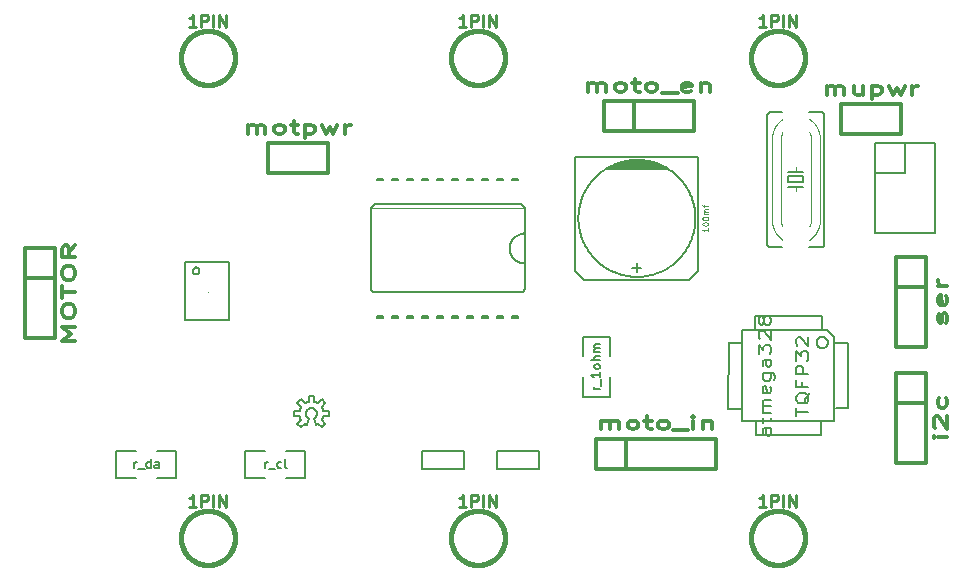
<source format=gto>
G04 ( created by brdgerber.py ( brdgerber.py v0.1 2014-03-12 ) ) date 2021-04-12 03:42:32 EDT*
G04 Gerber Fmt 3.4, Leading zero omitted, Abs format*
%MOIN*%
%FSLAX34Y34*%
G01*
G70*
G90*
G04 APERTURE LIST*
%ADD39R,0.0600X0.0800*%
%ADD32R,0.0177X0.0787*%
%ADD10C,0.0400*%
%ADD14C,0.0080*%
%ADD40C,0.1600*%
%ADD36C,0.0471*%
%ADD12R,0.0866X0.0236*%
%ADD22R,0.0260X0.0800*%
%ADD41C,0.0150*%
%ADD26C,0.0012*%
%ADD30R,0.0945X0.1575*%
%ADD13C,0.0050*%
%ADD15C,0.0060*%
%ADD25R,0.0472X0.0275*%
%ADD17R,0.0550X0.0550*%
%ADD21R,0.0629X0.0709*%
%ADD34C,0.1500*%
%ADD11C,0.0200*%
%ADD19C,0.0120*%
%ADD31C,0.0047*%
%ADD24C,0.0160*%
%ADD28C,0.0000*%
%ADD29C,0.0059*%
%ADD35R,0.0800X0.0600*%
%ADD27R,0.0709X0.0629*%
%ADD18C,0.0550*%
%ADD37R,0.0760X0.2100*%
%ADD38C,0.1200*%
%ADD20C,0.0472*%
%ADD23C,0.0020*%
%ADD16C,0.0100*%
%ADD33R,0.0787X0.0177*%
G04 APERTURE END LIST*
G54D39*
D13*
G01X02708Y20184D02*
G01X02708Y18256D01*
D13*
G01X02708Y18256D02*
G01X01252Y18256D01*
D13*
G01X01252Y18256D02*
G01X01252Y20184D01*
D13*
G01X01252Y20184D02*
G01X02708Y20184D01*
D13*
G01X01718Y19908D02*
G01X01718Y19908D01*
G01X01718Y19911D01*
G01X01718Y19913D01*
G01X01718Y19916D01*
G01X01717Y19919D01*
G01X01717Y19922D01*
G01X01717Y19924D01*
G01X01716Y19927D01*
G01X01716Y19930D01*
G01X01715Y19932D01*
G01X01715Y19935D01*
G01X01714Y19938D01*
G01X01713Y19940D01*
G01X01712Y19943D01*
G01X01712Y19945D01*
G01X01711Y19948D01*
G01X01710Y19950D01*
G01X01708Y19953D01*
G01X01707Y19955D01*
G01X01706Y19958D01*
G01X01705Y19960D01*
G01X01704Y19963D01*
G01X01702Y19965D01*
G01X01701Y19967D01*
G01X01699Y19970D01*
G01X01698Y19972D01*
G01X01696Y19974D01*
G01X01695Y19976D01*
G01X01693Y19978D01*
G01X01691Y19981D01*
G01X01689Y19983D01*
G01X01687Y19985D01*
G01X01685Y19986D01*
G01X01684Y19988D01*
G01X01682Y19990D01*
G01X01680Y19992D01*
G01X01677Y19994D01*
G01X01675Y19996D01*
G01X01673Y19997D01*
G01X01671Y19999D01*
G01X01669Y20000D01*
G01X01666Y20002D01*
G01X01664Y20003D01*
G01X01662Y20005D01*
G01X01659Y20006D01*
G01X01657Y20007D01*
G01X01654Y20008D01*
G01X01652Y20009D01*
G01X01649Y20011D01*
G01X01647Y20012D01*
G01X01644Y20013D01*
G01X01642Y20013D01*
G01X01639Y20014D01*
G01X01637Y20015D01*
G01X01634Y20016D01*
G01X01631Y20016D01*
G01X01629Y20017D01*
G01X01626Y20017D01*
G01X01623Y20018D01*
G01X01621Y20018D01*
G01X01618Y20018D01*
G01X01615Y20019D01*
G01X01612Y20019D01*
G01X01610Y20019D01*
G01X01607Y20019D01*
G01X01604Y20019D01*
G01X01602Y20019D01*
G01X01599Y20019D01*
G01X01596Y20018D01*
G01X01593Y20018D01*
G01X01591Y20018D01*
G01X01588Y20017D01*
G01X01585Y20017D01*
G01X01583Y20016D01*
G01X01580Y20016D01*
G01X01577Y20015D01*
G01X01575Y20014D01*
G01X01572Y20013D01*
G01X01570Y20013D01*
G01X01567Y20012D01*
G01X01565Y20011D01*
G01X01562Y20009D01*
G01X01560Y20008D01*
G01X01557Y20007D01*
G01X01555Y20006D01*
G01X01552Y20005D01*
G01X01550Y20003D01*
G01X01548Y20002D01*
G01X01545Y20000D01*
G01X01543Y19999D01*
G01X01541Y19997D01*
G01X01539Y19996D01*
G01X01537Y19994D01*
G01X01534Y19992D01*
G01X01532Y19990D01*
G01X01530Y19988D01*
G01X01529Y19986D01*
G01X01527Y19985D01*
G01X01525Y19983D01*
G01X01523Y19981D01*
G01X01521Y19978D01*
G01X01519Y19976D01*
G01X01518Y19974D01*
G01X01516Y19972D01*
G01X01515Y19970D01*
G01X01513Y19967D01*
G01X01512Y19965D01*
G01X01510Y19963D01*
G01X01509Y19960D01*
G01X01508Y19958D01*
G01X01507Y19955D01*
G01X01506Y19953D01*
G01X01504Y19950D01*
G01X01503Y19948D01*
G01X01502Y19945D01*
G01X01502Y19943D01*
G01X01501Y19940D01*
G01X01500Y19938D01*
G01X01499Y19935D01*
G01X01499Y19932D01*
G01X01498Y19930D01*
G01X01498Y19927D01*
G01X01497Y19924D01*
G01X01497Y19922D01*
G01X01497Y19919D01*
G01X01496Y19916D01*
G01X01496Y19913D01*
G01X01496Y19911D01*
G01X01496Y19908D01*
G01X01496Y19905D01*
G01X01496Y19903D01*
G01X01496Y19900D01*
G01X01497Y19897D01*
G01X01497Y19894D01*
G01X01497Y19892D01*
G01X01498Y19889D01*
G01X01498Y19886D01*
G01X01499Y19884D01*
G01X01499Y19881D01*
G01X01500Y19878D01*
G01X01501Y19876D01*
G01X01502Y19873D01*
G01X01502Y19871D01*
G01X01503Y19868D01*
G01X01504Y19866D01*
G01X01506Y19863D01*
G01X01507Y19861D01*
G01X01508Y19858D01*
G01X01509Y19856D01*
G01X01510Y19853D01*
G01X01512Y19851D01*
G01X01513Y19849D01*
G01X01515Y19846D01*
G01X01516Y19844D01*
G01X01518Y19842D01*
G01X01519Y19840D01*
G01X01521Y19838D01*
G01X01523Y19835D01*
G01X01525Y19833D01*
G01X01527Y19831D01*
G01X01529Y19830D01*
G01X01530Y19828D01*
G01X01532Y19826D01*
G01X01534Y19824D01*
G01X01537Y19822D01*
G01X01539Y19820D01*
G01X01541Y19819D01*
G01X01543Y19817D01*
G01X01545Y19816D01*
G01X01548Y19814D01*
G01X01550Y19813D01*
G01X01552Y19811D01*
G01X01555Y19810D01*
G01X01557Y19809D01*
G01X01560Y19808D01*
G01X01562Y19807D01*
G01X01565Y19805D01*
G01X01567Y19804D01*
G01X01570Y19803D01*
G01X01572Y19803D01*
G01X01575Y19802D01*
G01X01577Y19801D01*
G01X01580Y19800D01*
G01X01583Y19800D01*
G01X01585Y19799D01*
G01X01588Y19799D01*
G01X01591Y19798D01*
G01X01593Y19798D01*
G01X01596Y19798D01*
G01X01599Y19797D01*
G01X01602Y19797D01*
G01X01604Y19797D01*
G01X01607Y19797D01*
G01X01610Y19797D01*
G01X01612Y19797D01*
G01X01615Y19797D01*
G01X01618Y19798D01*
G01X01621Y19798D01*
G01X01623Y19798D01*
G01X01626Y19799D01*
G01X01629Y19799D01*
G01X01631Y19800D01*
G01X01634Y19800D01*
G01X01637Y19801D01*
G01X01639Y19802D01*
G01X01642Y19803D01*
G01X01644Y19803D01*
G01X01647Y19804D01*
G01X01649Y19805D01*
G01X01652Y19807D01*
G01X01654Y19808D01*
G01X01657Y19809D01*
G01X01659Y19810D01*
G01X01662Y19811D01*
G01X01664Y19813D01*
G01X01666Y19814D01*
G01X01669Y19816D01*
G01X01671Y19817D01*
G01X01673Y19819D01*
G01X01675Y19820D01*
G01X01677Y19822D01*
G01X01680Y19824D01*
G01X01682Y19826D01*
G01X01684Y19828D01*
G01X01685Y19830D01*
G01X01687Y19831D01*
G01X01689Y19833D01*
G01X01691Y19835D01*
G01X01693Y19838D01*
G01X01695Y19840D01*
G01X01696Y19842D01*
G01X01698Y19844D01*
G01X01699Y19846D01*
G01X01701Y19849D01*
G01X01702Y19851D01*
G01X01704Y19853D01*
G01X01705Y19856D01*
G01X01706Y19858D01*
G01X01707Y19861D01*
G01X01708Y19863D01*
G01X01710Y19866D01*
G01X01711Y19868D01*
G01X01712Y19871D01*
G01X01712Y19873D01*
G01X01713Y19876D01*
G01X01714Y19878D01*
G01X01715Y19881D01*
G01X01715Y19884D01*
G01X01716Y19886D01*
G01X01716Y19889D01*
G01X01717Y19892D01*
G01X01717Y19894D01*
G01X01717Y19897D01*
G01X01718Y19900D01*
G01X01718Y19903D01*
G01X01718Y19905D01*
G01X01718Y19908D01*
D19*
G01X23100Y24450D02*
G01X23100Y25450D01*
D19*
G01X23100Y25450D02*
G01X25100Y25450D01*
D19*
G01X25100Y25450D02*
G01X25100Y24450D01*
D19*
G01X25100Y24450D02*
G01X23100Y24450D01*
D19*
G01X22625Y25777D02*
G01X22625Y26062D01*
D19*
G01X22625Y26021D02*
G01X22657Y26042D01*
G01X22722Y26062D01*
G01X22819Y26062D01*
G01X22884Y26042D01*
G01X22916Y26001D01*
G01X22916Y25777D01*
D19*
G01X22916Y26001D02*
G01X22949Y26042D01*
G01X23014Y26062D01*
G01X23111Y26062D01*
G01X23176Y26042D01*
G01X23208Y26001D01*
G01X23208Y25777D01*
D19*
G01X23824Y26062D02*
G01X23824Y25777D01*
D19*
G01X23533Y26062D02*
G01X23533Y25838D01*
G01X23565Y25797D01*
G01X23630Y25777D01*
G01X23727Y25777D01*
G01X23792Y25797D01*
G01X23824Y25818D01*
D19*
G01X24149Y26062D02*
G01X24149Y25634D01*
D19*
G01X24149Y26042D02*
G01X24213Y26062D01*
G01X24343Y26062D01*
G01X24408Y26042D01*
G01X24440Y26021D01*
G01X24473Y25981D01*
G01X24473Y25858D01*
G01X24440Y25818D01*
G01X24408Y25797D01*
G01X24343Y25777D01*
G01X24213Y25777D01*
G01X24149Y25797D01*
D19*
G01X24700Y26062D02*
G01X24830Y25777D01*
G01X24959Y25981D01*
G01X25089Y25777D01*
G01X25219Y26062D01*
D19*
G01X25478Y25777D02*
G01X25478Y26062D01*
D19*
G01X25478Y25981D02*
G01X25511Y26021D01*
G01X25543Y26042D01*
G01X25608Y26062D01*
G01X25673Y26062D01*
D19*
G01X14950Y14300D02*
G01X14950Y14300D01*
D19*
G01X14950Y13300D02*
G01X14950Y14300D01*
D19*
G01X14950Y14300D02*
G01X14950Y14300D01*
D19*
G01X14950Y14300D02*
G01X18950Y14300D01*
D19*
G01X18950Y14300D02*
G01X18950Y13300D01*
D19*
G01X18950Y13300D02*
G01X14950Y13300D01*
D19*
G01X15950Y13300D02*
G01X15950Y14300D01*
D19*
G01X15112Y14627D02*
G01X15112Y14912D01*
D19*
G01X15112Y14871D02*
G01X15145Y14892D01*
G01X15210Y14912D01*
G01X15308Y14912D01*
G01X15373Y14892D01*
G01X15405Y14851D01*
G01X15405Y14627D01*
D19*
G01X15405Y14851D02*
G01X15438Y14892D01*
G01X15503Y14912D01*
G01X15600Y14912D01*
G01X15665Y14892D01*
G01X15698Y14851D01*
G01X15698Y14627D01*
D19*
G01X16121Y14627D02*
G01X16056Y14647D01*
G01X16023Y14668D01*
G01X15991Y14708D01*
G01X15991Y14831D01*
G01X16023Y14871D01*
G01X16056Y14892D01*
G01X16121Y14912D01*
G01X16218Y14912D01*
G01X16283Y14892D01*
G01X16316Y14871D01*
G01X16348Y14831D01*
G01X16348Y14708D01*
G01X16316Y14668D01*
G01X16283Y14647D01*
G01X16218Y14627D01*
G01X16121Y14627D01*
D19*
G01X16543Y14912D02*
G01X16804Y14912D01*
D19*
G01X16641Y15055D02*
G01X16641Y14688D01*
G01X16674Y14647D01*
G01X16739Y14627D01*
G01X16804Y14627D01*
D19*
G01X17129Y14627D02*
G01X17064Y14647D01*
G01X17031Y14668D01*
G01X16999Y14708D01*
G01X16999Y14831D01*
G01X17031Y14871D01*
G01X17064Y14892D01*
G01X17129Y14912D01*
G01X17226Y14912D01*
G01X17291Y14892D01*
G01X17324Y14871D01*
G01X17357Y14831D01*
G01X17357Y14708D01*
G01X17324Y14668D01*
G01X17291Y14647D01*
G01X17226Y14627D01*
G01X17129Y14627D01*
D19*
G01X17487Y14586D02*
G01X18007Y14586D01*
D19*
G01X18170Y14627D02*
G01X18170Y14912D01*
D19*
G01X18170Y15055D02*
G01X18137Y15034D01*
G01X18170Y15014D01*
G01X18202Y15034D01*
G01X18170Y15055D01*
G01X18170Y15014D01*
D19*
G01X18495Y14912D02*
G01X18495Y14627D01*
D19*
G01X18495Y14871D02*
G01X18527Y14892D01*
G01X18592Y14912D01*
G01X18690Y14912D01*
G01X18755Y14892D01*
G01X18788Y14851D01*
G01X18788Y14627D01*
D19*
G01X24950Y16500D02*
G01X25950Y16500D01*
D19*
G01X25950Y16500D02*
G01X25950Y13500D01*
D19*
G01X25950Y13500D02*
G01X24950Y13500D01*
D19*
G01X24950Y13500D02*
G01X24950Y16500D01*
D19*
G01X25950Y15500D02*
G01X24950Y15500D01*
D19*
G01X26622Y14362D02*
G01X26339Y14362D01*
D19*
G01X26198Y14362D02*
G01X26218Y14329D01*
G01X26238Y14362D01*
G01X26218Y14396D01*
G01X26198Y14362D01*
G01X26238Y14362D01*
D19*
G01X26238Y14664D02*
G01X26218Y14698D01*
G01X26198Y14765D01*
G01X26198Y14933D01*
G01X26218Y15000D01*
G01X26238Y15034D01*
G01X26278Y15067D01*
G01X26319Y15067D01*
G01X26379Y15034D01*
G01X26622Y14631D01*
G01X26622Y15067D01*
D19*
G01X26601Y15671D02*
G01X26622Y15604D01*
G01X26622Y15470D01*
G01X26601Y15403D01*
G01X26581Y15369D01*
G01X26541Y15336D01*
G01X26420Y15336D01*
G01X26379Y15369D01*
G01X26359Y15403D01*
G01X26339Y15470D01*
G01X26339Y15604D01*
G01X26359Y15671D01*
D19*
G01X15200Y24550D02*
G01X15200Y25550D01*
D19*
G01X15200Y25550D02*
G01X18200Y25550D01*
D19*
G01X18200Y25550D02*
G01X18200Y24550D01*
D19*
G01X18200Y24550D02*
G01X15200Y24550D01*
D19*
G01X16200Y25550D02*
G01X16200Y24550D01*
D19*
G01X14669Y25878D02*
G01X14669Y26161D01*
D19*
G01X14669Y26121D02*
G01X14703Y26141D01*
G01X14770Y26161D01*
G01X14870Y26161D01*
G01X14937Y26141D01*
G01X14971Y26100D01*
G01X14971Y25878D01*
D19*
G01X14971Y26100D02*
G01X15005Y26141D01*
G01X15072Y26161D01*
G01X15172Y26161D01*
G01X15240Y26141D01*
G01X15273Y26100D01*
G01X15273Y25878D01*
D19*
G01X15710Y25878D02*
G01X15642Y25899D01*
G01X15609Y25919D01*
G01X15575Y25959D01*
G01X15575Y26080D01*
G01X15609Y26121D01*
G01X15642Y26141D01*
G01X15710Y26161D01*
G01X15810Y26161D01*
G01X15877Y26141D01*
G01X15911Y26121D01*
G01X15945Y26080D01*
G01X15945Y25959D01*
G01X15911Y25919D01*
G01X15877Y25899D01*
G01X15810Y25878D01*
G01X15710Y25878D01*
D19*
G01X16146Y26161D02*
G01X16415Y26161D01*
D19*
G01X16247Y26302D02*
G01X16247Y25939D01*
G01X16280Y25899D01*
G01X16348Y25878D01*
G01X16415Y25878D01*
D19*
G01X16750Y25878D02*
G01X16683Y25899D01*
G01X16650Y25919D01*
G01X16616Y25959D01*
G01X16616Y26080D01*
G01X16650Y26121D01*
G01X16683Y26141D01*
G01X16750Y26161D01*
G01X16851Y26161D01*
G01X16918Y26141D01*
G01X16952Y26121D01*
G01X16985Y26080D01*
G01X16985Y25959D01*
G01X16952Y25919D01*
G01X16918Y25899D01*
G01X16851Y25878D01*
G01X16750Y25878D01*
D19*
G01X17120Y25838D02*
G01X17657Y25838D01*
D19*
G01X18093Y25899D02*
G01X18026Y25878D01*
G01X17892Y25878D01*
G01X17825Y25899D01*
G01X17791Y25939D01*
G01X17791Y26100D01*
G01X17825Y26141D01*
G01X17892Y26161D01*
G01X18026Y26161D01*
G01X18093Y26141D01*
G01X18127Y26100D01*
G01X18127Y26060D01*
G01X17791Y26020D01*
D19*
G01X18429Y26161D02*
G01X18429Y25878D01*
D19*
G01X18429Y26121D02*
G01X18462Y26141D01*
G01X18530Y26161D01*
G01X18630Y26161D01*
G01X18698Y26141D01*
G01X18731Y26100D01*
G01X18731Y25878D01*
D15*
G01X07590Y19180D02*
G01X12410Y19180D01*
D15*
G01X07590Y22120D02*
G01X07586Y22120D01*
G01X07583Y22120D01*
G01X07579Y22120D01*
G01X07575Y22119D01*
G01X07572Y22119D01*
G01X07568Y22118D01*
G01X07564Y22118D01*
G01X07561Y22117D01*
G01X07557Y22116D01*
G01X07554Y22116D01*
G01X07550Y22115D01*
G01X07546Y22114D01*
G01X07543Y22112D01*
G01X07539Y22111D01*
G01X07536Y22110D01*
G01X07533Y22109D01*
G01X07529Y22107D01*
G01X07526Y22106D01*
G01X07523Y22104D01*
G01X07519Y22102D01*
G01X07516Y22101D01*
G01X07513Y22099D01*
G01X07510Y22097D01*
G01X07507Y22095D01*
G01X07504Y22093D01*
G01X07501Y22090D01*
G01X07498Y22088D01*
G01X07495Y22086D01*
G01X07492Y22084D01*
G01X07489Y22081D01*
G01X07487Y22079D01*
G01X07484Y22076D01*
G01X07481Y22073D01*
G01X07479Y22071D01*
G01X07476Y22068D01*
G01X07474Y22065D01*
G01X07472Y22062D01*
G01X07470Y22059D01*
G01X07467Y22056D01*
G01X07465Y22053D01*
G01X07463Y22050D01*
G01X07461Y22047D01*
G01X07459Y22044D01*
G01X07458Y22041D01*
G01X07456Y22037D01*
G01X07454Y22034D01*
G01X07453Y22031D01*
G01X07451Y22027D01*
G01X07450Y22024D01*
G01X07449Y22021D01*
G01X07448Y22017D01*
G01X07446Y22014D01*
G01X07445Y22010D01*
G01X07444Y22006D01*
G01X07444Y22003D01*
G01X07443Y21999D01*
G01X07442Y21996D01*
G01X07442Y21992D01*
G01X07441Y21988D01*
G01X07441Y21985D01*
G01X07440Y21981D01*
G01X07440Y21977D01*
G01X07440Y21974D01*
G01X07440Y21970D01*
D15*
G01X12560Y19330D02*
G01X12560Y19326D01*
G01X12560Y19323D01*
G01X12560Y19319D01*
G01X12559Y19315D01*
G01X12559Y19312D01*
G01X12558Y19308D01*
G01X12558Y19304D01*
G01X12557Y19301D01*
G01X12556Y19297D01*
G01X12556Y19294D01*
G01X12555Y19290D01*
G01X12554Y19286D01*
G01X12552Y19283D01*
G01X12551Y19279D01*
G01X12550Y19276D01*
G01X12549Y19273D01*
G01X12547Y19269D01*
G01X12546Y19266D01*
G01X12544Y19263D01*
G01X12542Y19259D01*
G01X12541Y19256D01*
G01X12539Y19253D01*
G01X12537Y19250D01*
G01X12535Y19247D01*
G01X12533Y19244D01*
G01X12530Y19241D01*
G01X12528Y19238D01*
G01X12526Y19235D01*
G01X12524Y19232D01*
G01X12521Y19229D01*
G01X12519Y19227D01*
G01X12516Y19224D01*
G01X12513Y19221D01*
G01X12511Y19219D01*
G01X12508Y19216D01*
G01X12505Y19214D01*
G01X12502Y19212D01*
G01X12499Y19210D01*
G01X12496Y19207D01*
G01X12493Y19205D01*
G01X12490Y19203D01*
G01X12487Y19201D01*
G01X12484Y19199D01*
G01X12481Y19198D01*
G01X12477Y19196D01*
G01X12474Y19194D01*
G01X12471Y19193D01*
G01X12467Y19191D01*
G01X12464Y19190D01*
G01X12461Y19189D01*
G01X12457Y19188D01*
G01X12454Y19186D01*
G01X12450Y19185D01*
G01X12446Y19184D01*
G01X12443Y19184D01*
G01X12439Y19183D01*
G01X12436Y19182D01*
G01X12432Y19182D01*
G01X12428Y19181D01*
G01X12425Y19181D01*
G01X12421Y19180D01*
G01X12417Y19180D01*
G01X12414Y19180D01*
G01X12410Y19180D01*
D15*
G01X07590Y19180D02*
G01X07586Y19180D01*
G01X07583Y19180D01*
G01X07579Y19180D01*
G01X07575Y19181D01*
G01X07572Y19181D01*
G01X07568Y19182D01*
G01X07564Y19182D01*
G01X07561Y19183D01*
G01X07557Y19184D01*
G01X07554Y19184D01*
G01X07550Y19185D01*
G01X07546Y19186D01*
G01X07543Y19188D01*
G01X07539Y19189D01*
G01X07536Y19190D01*
G01X07533Y19191D01*
G01X07529Y19193D01*
G01X07526Y19194D01*
G01X07523Y19196D01*
G01X07519Y19198D01*
G01X07516Y19199D01*
G01X07513Y19201D01*
G01X07510Y19203D01*
G01X07507Y19205D01*
G01X07504Y19207D01*
G01X07501Y19210D01*
G01X07498Y19212D01*
G01X07495Y19214D01*
G01X07492Y19216D01*
G01X07489Y19219D01*
G01X07487Y19221D01*
G01X07484Y19224D01*
G01X07481Y19227D01*
G01X07479Y19229D01*
G01X07476Y19232D01*
G01X07474Y19235D01*
G01X07472Y19238D01*
G01X07470Y19241D01*
G01X07467Y19244D01*
G01X07465Y19247D01*
G01X07463Y19250D01*
G01X07461Y19253D01*
G01X07459Y19256D01*
G01X07458Y19259D01*
G01X07456Y19263D01*
G01X07454Y19266D01*
G01X07453Y19269D01*
G01X07451Y19273D01*
G01X07450Y19276D01*
G01X07449Y19279D01*
G01X07448Y19283D01*
G01X07446Y19286D01*
G01X07445Y19290D01*
G01X07444Y19294D01*
G01X07444Y19297D01*
G01X07443Y19301D01*
G01X07442Y19304D01*
G01X07442Y19308D01*
G01X07441Y19312D01*
G01X07441Y19315D01*
G01X07440Y19319D01*
G01X07440Y19323D01*
G01X07440Y19326D01*
G01X07440Y19330D01*
D15*
G01X12560Y21970D02*
G01X12560Y21974D01*
G01X12560Y21977D01*
G01X12560Y21981D01*
G01X12559Y21985D01*
G01X12559Y21988D01*
G01X12558Y21992D01*
G01X12558Y21996D01*
G01X12557Y21999D01*
G01X12556Y22003D01*
G01X12556Y22006D01*
G01X12555Y22010D01*
G01X12554Y22014D01*
G01X12552Y22017D01*
G01X12551Y22021D01*
G01X12550Y22024D01*
G01X12549Y22027D01*
G01X12547Y22031D01*
G01X12546Y22034D01*
G01X12544Y22037D01*
G01X12542Y22041D01*
G01X12541Y22044D01*
G01X12539Y22047D01*
G01X12537Y22050D01*
G01X12535Y22053D01*
G01X12533Y22056D01*
G01X12530Y22059D01*
G01X12528Y22062D01*
G01X12526Y22065D01*
G01X12524Y22068D01*
G01X12521Y22071D01*
G01X12519Y22073D01*
G01X12516Y22076D01*
G01X12513Y22079D01*
G01X12511Y22081D01*
G01X12508Y22084D01*
G01X12505Y22086D01*
G01X12502Y22088D01*
G01X12499Y22090D01*
G01X12496Y22093D01*
G01X12493Y22095D01*
G01X12490Y22097D01*
G01X12487Y22099D01*
G01X12484Y22101D01*
G01X12481Y22102D01*
G01X12477Y22104D01*
G01X12474Y22106D01*
G01X12471Y22107D01*
G01X12467Y22109D01*
G01X12464Y22110D01*
G01X12461Y22111D01*
G01X12457Y22112D01*
G01X12454Y22114D01*
G01X12450Y22115D01*
G01X12446Y22116D01*
G01X12443Y22116D01*
G01X12439Y22117D01*
G01X12436Y22118D01*
G01X12432Y22118D01*
G01X12428Y22119D01*
G01X12425Y22119D01*
G01X12421Y22120D01*
G01X12417Y22120D01*
G01X12414Y22120D01*
G01X12410Y22120D01*
D15*
G01X12410Y22120D02*
G01X07590Y22120D01*
D15*
G01X07440Y21970D02*
G01X07440Y19330D01*
D15*
G01X12560Y19330D02*
G01X12560Y20150D01*
D15*
G01X12560Y20150D02*
G01X12560Y21150D01*
D15*
G01X12560Y21150D02*
G01X12560Y21970D01*
D23*
G01X12550Y21980D02*
G01X07450Y21980D01*
D15*
G01X12560Y20150D02*
G01X12535Y20151D01*
G01X12511Y20152D01*
G01X12487Y20155D01*
G01X12462Y20160D01*
G01X12439Y20165D01*
G01X12415Y20172D01*
G01X12392Y20179D01*
G01X12369Y20188D01*
G01X12346Y20198D01*
G01X12324Y20209D01*
G01X12303Y20221D01*
G01X12282Y20234D01*
G01X12262Y20248D01*
G01X12243Y20263D01*
G01X12224Y20280D01*
G01X12206Y20296D01*
G01X12190Y20314D01*
G01X12173Y20333D01*
G01X12158Y20352D01*
G01X12144Y20372D01*
G01X12131Y20393D01*
G01X12119Y20414D01*
G01X12108Y20436D01*
G01X12098Y20459D01*
G01X12089Y20482D01*
G01X12082Y20505D01*
G01X12075Y20529D01*
G01X12070Y20552D01*
G01X12065Y20577D01*
G01X12062Y20601D01*
G01X12061Y20625D01*
G01X12060Y20650D01*
G01X12061Y20675D01*
G01X12062Y20699D01*
G01X12065Y20723D01*
G01X12070Y20748D01*
G01X12075Y20771D01*
G01X12082Y20795D01*
G01X12089Y20818D01*
G01X12098Y20841D01*
G01X12108Y20864D01*
G01X12119Y20886D01*
G01X12131Y20907D01*
G01X12144Y20928D01*
G01X12158Y20948D01*
G01X12173Y20967D01*
G01X12190Y20986D01*
G01X12206Y21004D01*
G01X12224Y21020D01*
G01X12243Y21037D01*
G01X12262Y21052D01*
G01X12282Y21066D01*
G01X12303Y21079D01*
G01X12324Y21091D01*
G01X12346Y21102D01*
G01X12369Y21112D01*
G01X12392Y21121D01*
G01X12415Y21128D01*
G01X12439Y21135D01*
G01X12462Y21140D01*
G01X12487Y21145D01*
G01X12511Y21148D01*
G01X12535Y21149D01*
G01X12560Y21150D01*
D13*
G01X12350Y22970D02*
G01X12150Y22970D01*
D13*
G01X12150Y22970D02*
G01X12150Y22920D01*
D13*
G01X12150Y22920D02*
G01X12350Y22920D01*
D13*
G01X12350Y22920D02*
G01X12350Y22970D01*
D13*
G01X11850Y22970D02*
G01X11650Y22970D01*
D13*
G01X11650Y22970D02*
G01X11650Y22920D01*
D13*
G01X11650Y22920D02*
G01X11850Y22920D01*
D13*
G01X11850Y22920D02*
G01X11850Y22970D01*
D13*
G01X11350Y22970D02*
G01X11150Y22970D01*
D13*
G01X11150Y22970D02*
G01X11150Y22920D01*
D13*
G01X11150Y22920D02*
G01X11350Y22920D01*
D13*
G01X11350Y22920D02*
G01X11350Y22970D01*
D13*
G01X10850Y22970D02*
G01X10650Y22970D01*
D13*
G01X10650Y22970D02*
G01X10650Y22920D01*
D13*
G01X10650Y22920D02*
G01X10850Y22920D01*
D13*
G01X10850Y22920D02*
G01X10850Y22970D01*
D13*
G01X10350Y22970D02*
G01X10150Y22970D01*
D13*
G01X10150Y22970D02*
G01X10150Y22920D01*
D13*
G01X10150Y22920D02*
G01X10350Y22920D01*
D13*
G01X10350Y22920D02*
G01X10350Y22970D01*
D13*
G01X09850Y22970D02*
G01X09650Y22970D01*
D13*
G01X09650Y22970D02*
G01X09650Y22920D01*
D13*
G01X09650Y22920D02*
G01X09850Y22920D01*
D13*
G01X09850Y22920D02*
G01X09850Y22970D01*
D13*
G01X09350Y22970D02*
G01X09150Y22970D01*
D13*
G01X09150Y22970D02*
G01X09150Y22920D01*
D13*
G01X09150Y22920D02*
G01X09350Y22920D01*
D13*
G01X09350Y22920D02*
G01X09350Y22970D01*
D13*
G01X08850Y22970D02*
G01X08650Y22970D01*
D13*
G01X08650Y22970D02*
G01X08650Y22920D01*
D13*
G01X08650Y22920D02*
G01X08850Y22920D01*
D13*
G01X08850Y22920D02*
G01X08850Y22970D01*
D13*
G01X12350Y18380D02*
G01X12150Y18380D01*
D13*
G01X12150Y18380D02*
G01X12150Y18330D01*
D13*
G01X12150Y18330D02*
G01X12350Y18330D01*
D13*
G01X12350Y18330D02*
G01X12350Y18380D01*
D13*
G01X11850Y18380D02*
G01X11650Y18380D01*
D13*
G01X11650Y18380D02*
G01X11650Y18330D01*
D13*
G01X11650Y18330D02*
G01X11850Y18330D01*
D13*
G01X11850Y18330D02*
G01X11850Y18380D01*
D13*
G01X11350Y18380D02*
G01X11150Y18380D01*
D13*
G01X11150Y18380D02*
G01X11150Y18330D01*
D13*
G01X11150Y18330D02*
G01X11350Y18330D01*
D13*
G01X11350Y18330D02*
G01X11350Y18380D01*
D13*
G01X10850Y18380D02*
G01X10650Y18380D01*
D13*
G01X10650Y18380D02*
G01X10650Y18330D01*
D13*
G01X10650Y18330D02*
G01X10850Y18330D01*
D13*
G01X10850Y18330D02*
G01X10850Y18380D01*
D13*
G01X10350Y18380D02*
G01X10150Y18380D01*
D13*
G01X10150Y18380D02*
G01X10150Y18330D01*
D13*
G01X10150Y18330D02*
G01X10350Y18330D01*
D13*
G01X10350Y18330D02*
G01X10350Y18380D01*
D13*
G01X09850Y18380D02*
G01X09650Y18380D01*
D13*
G01X09650Y18380D02*
G01X09650Y18330D01*
D13*
G01X09650Y18330D02*
G01X09850Y18330D01*
D13*
G01X09850Y18330D02*
G01X09850Y18380D01*
D13*
G01X09350Y18380D02*
G01X09150Y18380D01*
D13*
G01X09150Y18380D02*
G01X09150Y18330D01*
D13*
G01X09150Y18330D02*
G01X09350Y18330D01*
D13*
G01X09350Y18330D02*
G01X09350Y18380D01*
D13*
G01X08850Y18380D02*
G01X08650Y18380D01*
D13*
G01X08650Y18380D02*
G01X08650Y18330D01*
D13*
G01X08650Y18330D02*
G01X08850Y18330D01*
D13*
G01X08850Y18330D02*
G01X08850Y18380D01*
D13*
G01X08350Y18380D02*
G01X08150Y18380D01*
D13*
G01X08150Y18380D02*
G01X08150Y18330D01*
D13*
G01X08150Y18330D02*
G01X08350Y18330D01*
D13*
G01X08350Y18330D02*
G01X08350Y18380D01*
D13*
G01X07850Y18380D02*
G01X07650Y18380D01*
D13*
G01X07650Y18380D02*
G01X07650Y18330D01*
D13*
G01X07650Y18330D02*
G01X07850Y18330D01*
D13*
G01X07850Y18330D02*
G01X07850Y18380D01*
D13*
G01X08350Y22970D02*
G01X08150Y22970D01*
D13*
G01X08150Y22970D02*
G01X08150Y22920D01*
D13*
G01X08150Y22920D02*
G01X08350Y22920D01*
D13*
G01X08350Y22920D02*
G01X08350Y22970D01*
D13*
G01X07850Y22970D02*
G01X07650Y22970D01*
D13*
G01X07650Y22970D02*
G01X07650Y22920D01*
D13*
G01X07650Y22920D02*
G01X07850Y22920D01*
D13*
G01X07850Y22920D02*
G01X07850Y22970D01*
D13*
G01X13050Y13300D02*
G01X11650Y13300D01*
D13*
G01X11650Y13300D02*
G01X11650Y13900D01*
D13*
G01X11650Y13900D02*
G01X13050Y13900D01*
D13*
G01X13050Y13900D02*
G01X13050Y13300D01*
D19*
G01X04000Y23150D02*
G01X04000Y24150D01*
D19*
G01X04000Y24150D02*
G01X06000Y24150D01*
D19*
G01X06000Y24150D02*
G01X06000Y23150D01*
D19*
G01X06000Y23150D02*
G01X04000Y23150D01*
D19*
G01X03330Y24477D02*
G01X03330Y24762D01*
D19*
G01X03330Y24721D02*
G01X03362Y24742D01*
G01X03427Y24762D01*
G01X03524Y24762D01*
G01X03589Y24742D01*
G01X03622Y24701D01*
G01X03622Y24477D01*
D19*
G01X03622Y24701D02*
G01X03654Y24742D01*
G01X03719Y24762D01*
G01X03816Y24762D01*
G01X03881Y24742D01*
G01X03914Y24701D01*
G01X03914Y24477D01*
D19*
G01X04335Y24477D02*
G01X04270Y24497D01*
G01X04238Y24518D01*
G01X04205Y24558D01*
G01X04205Y24681D01*
G01X04238Y24721D01*
G01X04270Y24742D01*
G01X04335Y24762D01*
G01X04432Y24762D01*
G01X04497Y24742D01*
G01X04530Y24721D01*
G01X04562Y24681D01*
G01X04562Y24558D01*
G01X04530Y24518D01*
G01X04497Y24497D01*
G01X04432Y24477D01*
G01X04335Y24477D01*
D19*
G01X04757Y24762D02*
G01X05016Y24762D01*
D19*
G01X04854Y24905D02*
G01X04854Y24538D01*
G01X04886Y24497D01*
G01X04951Y24477D01*
G01X05016Y24477D01*
D19*
G01X05243Y24762D02*
G01X05243Y24334D01*
D19*
G01X05243Y24742D02*
G01X05308Y24762D01*
G01X05438Y24762D01*
G01X05503Y24742D01*
G01X05535Y24721D01*
G01X05567Y24681D01*
G01X05567Y24558D01*
G01X05535Y24518D01*
G01X05503Y24497D01*
G01X05438Y24477D01*
G01X05308Y24477D01*
G01X05243Y24497D01*
D19*
G01X05795Y24762D02*
G01X05924Y24477D01*
G01X06054Y24681D01*
G01X06184Y24477D01*
G01X06313Y24762D01*
D19*
G01X06573Y24477D02*
G01X06573Y24762D01*
D19*
G01X06573Y24681D02*
G01X06605Y24721D01*
G01X06638Y24742D01*
G01X06702Y24762D01*
G01X06767Y24762D01*
D19*
G01X-04100Y20650D02*
G01X-03100Y20650D01*
D19*
G01X-03100Y20650D02*
G01X-03100Y17650D01*
D19*
G01X-03100Y17650D02*
G01X-04100Y17650D01*
D19*
G01X-04100Y17650D02*
G01X-04100Y20650D01*
D19*
G01X-03100Y19650D02*
G01X-04100Y19650D01*
D19*
G01X-02428Y17555D02*
G01X-02852Y17555D01*
G01X-02550Y17790D01*
G01X-02852Y18025D01*
G01X-02428Y18025D01*
D19*
G01X-02852Y18495D02*
G01X-02852Y18630D01*
G01X-02832Y18697D01*
G01X-02792Y18764D01*
G01X-02711Y18798D01*
G01X-02570Y18798D01*
G01X-02489Y18764D01*
G01X-02449Y18697D01*
G01X-02428Y18630D01*
G01X-02428Y18495D01*
G01X-02449Y18428D01*
G01X-02489Y18361D01*
G01X-02570Y18328D01*
G01X-02711Y18328D01*
G01X-02792Y18361D01*
G01X-02832Y18428D01*
G01X-02852Y18495D01*
D19*
G01X-02852Y18999D02*
G01X-02852Y19402D01*
D19*
G01X-02428Y19200D02*
G01X-02852Y19200D01*
D19*
G01X-02852Y19771D02*
G01X-02852Y19905D01*
G01X-02832Y19972D01*
G01X-02792Y20040D01*
G01X-02711Y20073D01*
G01X-02570Y20073D01*
G01X-02489Y20040D01*
G01X-02449Y19972D01*
G01X-02428Y19905D01*
G01X-02428Y19771D01*
G01X-02449Y19704D01*
G01X-02489Y19637D01*
G01X-02570Y19603D01*
G01X-02711Y19603D01*
G01X-02792Y19637D01*
G01X-02832Y19704D01*
G01X-02852Y19771D01*
D19*
G01X-02428Y20778D02*
G01X-02630Y20543D01*
D19*
G01X-02428Y20375D02*
G01X-02852Y20375D01*
G01X-02852Y20644D01*
G01X-02832Y20711D01*
G01X-02812Y20745D01*
G01X-02772Y20778D01*
G01X-02711Y20778D01*
G01X-02671Y20745D01*
G01X-02650Y20711D01*
G01X-02630Y20644D01*
G01X-02630Y20375D01*
D13*
G01X10550Y13300D02*
G01X09150Y13300D01*
D13*
G01X09150Y13300D02*
G01X09150Y13900D01*
D13*
G01X09150Y13900D02*
G01X10550Y13900D01*
D13*
G01X10550Y13900D02*
G01X10550Y13300D01*
D29*
G01X05605Y14775D02*
G01X05606Y14775D01*
G01X05607Y14776D01*
G01X05608Y14776D01*
G01X05609Y14777D01*
G01X05610Y14777D01*
G01X05611Y14777D01*
G01X05612Y14778D01*
G01X05613Y14778D01*
G01X05614Y14779D01*
G01X05615Y14779D01*
G01X05616Y14780D01*
G01X05616Y14780D01*
G01X05617Y14780D01*
G01X05618Y14781D01*
G01X05619Y14781D01*
G01X05620Y14782D01*
G01X05621Y14782D01*
G01X05622Y14783D01*
G01X05623Y14783D01*
G01X05624Y14783D01*
G01X05625Y14784D01*
G01X05626Y14784D01*
G01X05627Y14785D01*
G01X05628Y14785D01*
G01X05629Y14786D01*
G01X05630Y14786D01*
G01X05631Y14787D01*
G01X05631Y14787D01*
G01X05632Y14788D01*
G01X05633Y14788D01*
G01X05634Y14788D01*
G01X05635Y14789D01*
G01X05636Y14789D01*
G01X05637Y14790D01*
G01X05638Y14790D01*
G01X05639Y14791D01*
G01X05640Y14791D01*
G01X05641Y14792D01*
G01X05642Y14792D01*
G01X05643Y14793D01*
G01X05643Y14793D01*
G01X05644Y14794D01*
G01X05645Y14794D01*
G01X05646Y14795D01*
G01X05647Y14795D01*
G01X05648Y14796D01*
G01X05649Y14796D01*
G01X05650Y14797D01*
G01X05651Y14797D01*
G01X05652Y14798D01*
G01X05653Y14798D01*
G01X05653Y14799D01*
G01X05654Y14799D01*
G01X05655Y14800D01*
G01X05656Y14801D01*
G01X05657Y14801D01*
G01X05658Y14802D01*
G01X05659Y14802D01*
G01X05660Y14803D01*
G01X05661Y14803D01*
G01X05662Y14804D01*
G01X05662Y14804D01*
G01X05663Y14805D01*
G01X05664Y14805D01*
D29*
G01X05665Y14806D02*
G01X05813Y14685D01*
D29*
G01X05813Y14685D02*
G01X05915Y14787D01*
D29*
G01X05915Y14787D02*
G01X05794Y14935D01*
D29*
G01X05794Y14935D02*
G01X05795Y14937D01*
G01X05796Y14939D01*
G01X05797Y14940D01*
G01X05798Y14942D01*
G01X05799Y14944D01*
G01X05801Y14946D01*
G01X05802Y14948D01*
G01X05803Y14949D01*
G01X05804Y14951D01*
G01X05805Y14953D01*
G01X05806Y14955D01*
G01X05807Y14957D01*
G01X05808Y14959D01*
G01X05809Y14960D01*
G01X05810Y14962D01*
G01X05811Y14964D01*
G01X05812Y14966D01*
G01X05813Y14968D01*
G01X05813Y14970D01*
G01X05814Y14972D01*
G01X05815Y14974D01*
G01X05816Y14976D01*
G01X05817Y14977D01*
G01X05818Y14979D01*
G01X05819Y14981D01*
G01X05820Y14983D01*
G01X05821Y14985D01*
G01X05821Y14987D01*
G01X05822Y14989D01*
G01X05823Y14991D01*
G01X05824Y14993D01*
G01X05825Y14995D01*
G01X05826Y14997D01*
G01X05826Y14999D01*
G01X05827Y15001D01*
G01X05828Y15003D01*
G01X05829Y15004D01*
G01X05829Y15006D01*
G01X05830Y15008D01*
G01X05831Y15010D01*
G01X05832Y15012D01*
G01X05832Y15014D01*
G01X05833Y15016D01*
G01X05834Y15018D01*
G01X05834Y15020D01*
G01X05835Y15022D01*
G01X05836Y15024D01*
G01X05836Y15026D01*
G01X05837Y15028D01*
G01X05838Y15030D01*
G01X05838Y15032D01*
G01X05839Y15034D01*
G01X05839Y15036D01*
G01X05840Y15038D01*
G01X05841Y15040D01*
G01X05841Y15042D01*
G01X05842Y15044D01*
G01X05842Y15046D01*
G01X05843Y15049D01*
G01X05843Y15051D01*
G01X05844Y15053D01*
G01X05844Y15055D01*
G01X05845Y15057D01*
G01X05845Y15059D01*
D29*
G01X05845Y15059D02*
G01X06036Y15079D01*
D29*
G01X06036Y15079D02*
G01X06036Y15221D01*
D29*
G01X06036Y15221D02*
G01X05845Y15241D01*
D29*
G01X05845Y15241D02*
G01X05845Y15243D01*
G01X05844Y15245D01*
G01X05844Y15247D01*
G01X05843Y15249D01*
G01X05843Y15251D01*
G01X05842Y15253D01*
G01X05841Y15255D01*
G01X05841Y15257D01*
G01X05840Y15259D01*
G01X05840Y15261D01*
G01X05839Y15263D01*
G01X05839Y15265D01*
G01X05838Y15267D01*
G01X05837Y15269D01*
G01X05837Y15271D01*
G01X05836Y15273D01*
G01X05835Y15275D01*
G01X05835Y15277D01*
G01X05834Y15279D01*
G01X05833Y15281D01*
G01X05833Y15283D01*
G01X05832Y15285D01*
G01X05831Y15287D01*
G01X05831Y15289D01*
G01X05830Y15291D01*
G01X05829Y15293D01*
G01X05828Y15295D01*
G01X05828Y15297D01*
G01X05827Y15299D01*
G01X05826Y15301D01*
G01X05825Y15303D01*
G01X05825Y15305D01*
G01X05824Y15307D01*
G01X05823Y15309D01*
G01X05822Y15311D01*
G01X05821Y15313D01*
G01X05820Y15315D01*
G01X05820Y15317D01*
G01X05819Y15318D01*
G01X05818Y15320D01*
G01X05817Y15322D01*
G01X05816Y15324D01*
G01X05815Y15326D01*
G01X05814Y15328D01*
G01X05813Y15330D01*
G01X05812Y15332D01*
G01X05811Y15334D01*
G01X05810Y15335D01*
G01X05809Y15337D01*
G01X05809Y15339D01*
G01X05808Y15341D01*
G01X05807Y15343D01*
G01X05806Y15345D01*
G01X05805Y15347D01*
G01X05803Y15348D01*
G01X05802Y15350D01*
G01X05801Y15352D01*
G01X05800Y15354D01*
G01X05799Y15356D01*
G01X05798Y15357D01*
G01X05797Y15359D01*
G01X05796Y15361D01*
G01X05795Y15363D01*
G01X05794Y15365D01*
D29*
G01X05794Y15365D02*
G01X05915Y15513D01*
D29*
G01X05915Y15513D02*
G01X05813Y15615D01*
D29*
G01X05813Y15615D02*
G01X05665Y15494D01*
D29*
G01X05665Y15494D02*
G01X05663Y15495D01*
G01X05661Y15496D01*
G01X05660Y15497D01*
G01X05658Y15498D01*
G01X05656Y15499D01*
G01X05654Y15501D01*
G01X05652Y15502D01*
G01X05651Y15503D01*
G01X05649Y15504D01*
G01X05647Y15505D01*
G01X05645Y15506D01*
G01X05643Y15507D01*
G01X05641Y15508D01*
G01X05640Y15509D01*
G01X05638Y15510D01*
G01X05636Y15511D01*
G01X05634Y15512D01*
G01X05632Y15513D01*
G01X05630Y15513D01*
G01X05628Y15514D01*
G01X05626Y15515D01*
G01X05624Y15516D01*
G01X05623Y15517D01*
G01X05621Y15518D01*
G01X05619Y15519D01*
G01X05617Y15520D01*
G01X05615Y15521D01*
G01X05613Y15521D01*
G01X05611Y15522D01*
G01X05609Y15523D01*
G01X05607Y15524D01*
G01X05605Y15525D01*
G01X05603Y15526D01*
G01X05601Y15526D01*
G01X05599Y15527D01*
G01X05597Y15528D01*
G01X05596Y15529D01*
G01X05594Y15529D01*
G01X05592Y15530D01*
G01X05590Y15531D01*
G01X05588Y15532D01*
G01X05586Y15532D01*
G01X05584Y15533D01*
G01X05582Y15534D01*
G01X05580Y15534D01*
G01X05578Y15535D01*
G01X05576Y15536D01*
G01X05574Y15536D01*
G01X05572Y15537D01*
G01X05570Y15538D01*
G01X05568Y15538D01*
G01X05566Y15539D01*
G01X05564Y15539D01*
G01X05562Y15540D01*
G01X05560Y15541D01*
G01X05558Y15541D01*
G01X05556Y15542D01*
G01X05554Y15542D01*
G01X05551Y15543D01*
G01X05549Y15543D01*
G01X05547Y15544D01*
G01X05545Y15544D01*
G01X05543Y15545D01*
G01X05541Y15545D01*
D29*
G01X05541Y15545D02*
G01X05521Y15736D01*
D29*
G01X05521Y15736D02*
G01X05379Y15736D01*
D29*
G01X05379Y15736D02*
G01X05359Y15545D01*
D29*
G01X05359Y15545D02*
G01X05357Y15545D01*
G01X05355Y15544D01*
G01X05353Y15544D01*
G01X05351Y15543D01*
G01X05349Y15543D01*
G01X05347Y15542D01*
G01X05345Y15541D01*
G01X05343Y15541D01*
G01X05341Y15540D01*
G01X05339Y15540D01*
G01X05337Y15539D01*
G01X05335Y15539D01*
G01X05333Y15538D01*
G01X05331Y15537D01*
G01X05329Y15537D01*
G01X05327Y15536D01*
G01X05325Y15535D01*
G01X05323Y15535D01*
G01X05321Y15534D01*
G01X05319Y15533D01*
G01X05317Y15533D01*
G01X05315Y15532D01*
G01X05313Y15531D01*
G01X05311Y15531D01*
G01X05309Y15530D01*
G01X05307Y15529D01*
G01X05305Y15528D01*
G01X05303Y15528D01*
G01X05301Y15527D01*
G01X05299Y15526D01*
G01X05297Y15525D01*
G01X05295Y15525D01*
G01X05293Y15524D01*
G01X05291Y15523D01*
G01X05289Y15522D01*
G01X05287Y15521D01*
G01X05285Y15520D01*
G01X05283Y15520D01*
G01X05282Y15519D01*
G01X05280Y15518D01*
G01X05278Y15517D01*
G01X05276Y15516D01*
G01X05274Y15515D01*
G01X05272Y15514D01*
G01X05270Y15513D01*
G01X05268Y15512D01*
G01X05266Y15511D01*
G01X05265Y15510D01*
G01X05263Y15509D01*
G01X05261Y15509D01*
G01X05259Y15508D01*
G01X05257Y15507D01*
G01X05255Y15506D01*
G01X05253Y15505D01*
G01X05252Y15503D01*
G01X05250Y15502D01*
G01X05248Y15501D01*
G01X05246Y15500D01*
G01X05244Y15499D01*
G01X05243Y15498D01*
G01X05241Y15497D01*
G01X05239Y15496D01*
G01X05237Y15495D01*
G01X05235Y15494D01*
D29*
G01X05235Y15494D02*
G01X05087Y15615D01*
D29*
G01X05087Y15615D02*
G01X04985Y15513D01*
D29*
G01X04985Y15513D02*
G01X05106Y15365D01*
D29*
G01X05106Y15365D02*
G01X05105Y15363D01*
G01X05104Y15361D01*
G01X05103Y15360D01*
G01X05102Y15358D01*
G01X05101Y15356D01*
G01X05099Y15354D01*
G01X05098Y15352D01*
G01X05097Y15351D01*
G01X05096Y15349D01*
G01X05095Y15347D01*
G01X05094Y15345D01*
G01X05093Y15343D01*
G01X05092Y15341D01*
G01X05091Y15340D01*
G01X05090Y15338D01*
G01X05089Y15336D01*
G01X05088Y15334D01*
G01X05087Y15332D01*
G01X05087Y15330D01*
G01X05086Y15328D01*
G01X05085Y15326D01*
G01X05084Y15324D01*
G01X05083Y15323D01*
G01X05082Y15321D01*
G01X05081Y15319D01*
G01X05080Y15317D01*
G01X05079Y15315D01*
G01X05079Y15313D01*
G01X05078Y15311D01*
G01X05077Y15309D01*
G01X05076Y15307D01*
G01X05075Y15305D01*
G01X05074Y15303D01*
G01X05074Y15301D01*
G01X05073Y15299D01*
G01X05072Y15297D01*
G01X05071Y15296D01*
G01X05071Y15294D01*
G01X05070Y15292D01*
G01X05069Y15290D01*
G01X05068Y15288D01*
G01X05068Y15286D01*
G01X05067Y15284D01*
G01X05066Y15282D01*
G01X05066Y15280D01*
G01X05065Y15278D01*
G01X05064Y15276D01*
G01X05064Y15274D01*
G01X05063Y15272D01*
G01X05062Y15270D01*
G01X05062Y15268D01*
G01X05061Y15266D01*
G01X05061Y15264D01*
G01X05060Y15262D01*
G01X05059Y15260D01*
G01X05059Y15258D01*
G01X05058Y15256D01*
G01X05058Y15254D01*
G01X05057Y15251D01*
G01X05057Y15249D01*
G01X05056Y15247D01*
G01X05056Y15245D01*
G01X05055Y15243D01*
G01X05055Y15241D01*
D29*
G01X05055Y15241D02*
G01X04864Y15221D01*
D29*
G01X04864Y15221D02*
G01X04864Y15079D01*
D29*
G01X04864Y15079D02*
G01X05055Y15059D01*
D29*
G01X05055Y15059D02*
G01X05055Y15057D01*
G01X05056Y15055D01*
G01X05056Y15053D01*
G01X05057Y15051D01*
G01X05057Y15049D01*
G01X05058Y15047D01*
G01X05059Y15045D01*
G01X05059Y15043D01*
G01X05060Y15041D01*
G01X05060Y15039D01*
G01X05061Y15037D01*
G01X05061Y15035D01*
G01X05062Y15033D01*
G01X05063Y15031D01*
G01X05063Y15029D01*
G01X05064Y15027D01*
G01X05065Y15025D01*
G01X05065Y15023D01*
G01X05066Y15021D01*
G01X05067Y15019D01*
G01X05067Y15017D01*
G01X05068Y15015D01*
G01X05069Y15013D01*
G01X05069Y15011D01*
G01X05070Y15009D01*
G01X05071Y15007D01*
G01X05072Y15005D01*
G01X05072Y15003D01*
G01X05073Y15001D01*
G01X05074Y14999D01*
G01X05075Y14997D01*
G01X05075Y14995D01*
G01X05076Y14993D01*
G01X05077Y14991D01*
G01X05078Y14989D01*
G01X05079Y14987D01*
G01X05080Y14985D01*
G01X05080Y14983D01*
G01X05081Y14982D01*
G01X05082Y14980D01*
G01X05083Y14978D01*
G01X05084Y14976D01*
G01X05085Y14974D01*
G01X05086Y14972D01*
G01X05087Y14970D01*
G01X05088Y14968D01*
G01X05089Y14966D01*
G01X05090Y14965D01*
G01X05091Y14963D01*
G01X05091Y14961D01*
G01X05092Y14959D01*
G01X05093Y14957D01*
G01X05094Y14955D01*
G01X05095Y14953D01*
G01X05097Y14952D01*
G01X05098Y14950D01*
G01X05099Y14948D01*
G01X05100Y14946D01*
G01X05101Y14944D01*
G01X05102Y14943D01*
G01X05103Y14941D01*
G01X05104Y14939D01*
G01X05105Y14937D01*
G01X05106Y14935D01*
D29*
G01X05106Y14935D02*
G01X04985Y14787D01*
D29*
G01X04985Y14787D02*
G01X05087Y14685D01*
D29*
G01X05087Y14685D02*
G01X05235Y14806D01*
D29*
G01X05235Y14806D02*
G01X05236Y14805D01*
G01X05237Y14805D01*
G01X05238Y14804D01*
G01X05239Y14804D01*
G01X05239Y14803D01*
G01X05240Y14803D01*
G01X05241Y14802D01*
G01X05242Y14802D01*
G01X05243Y14801D01*
G01X05244Y14801D01*
G01X05245Y14800D01*
G01X05246Y14800D01*
G01X05247Y14799D01*
G01X05247Y14799D01*
G01X05248Y14798D01*
G01X05249Y14797D01*
G01X05250Y14797D01*
G01X05251Y14796D01*
G01X05252Y14796D01*
G01X05253Y14795D01*
G01X05254Y14795D01*
G01X05255Y14794D01*
G01X05256Y14794D01*
G01X05257Y14793D01*
G01X05257Y14793D01*
G01X05258Y14792D01*
G01X05259Y14792D01*
G01X05260Y14791D01*
G01X05261Y14791D01*
G01X05262Y14790D01*
G01X05263Y14790D01*
G01X05264Y14790D01*
G01X05265Y14789D01*
G01X05266Y14789D01*
G01X05267Y14788D01*
G01X05268Y14788D01*
G01X05269Y14787D01*
G01X05269Y14787D01*
G01X05270Y14786D01*
G01X05271Y14786D01*
G01X05272Y14785D01*
G01X05273Y14785D01*
G01X05274Y14784D01*
G01X05275Y14784D01*
G01X05276Y14784D01*
G01X05277Y14783D01*
G01X05278Y14783D01*
G01X05279Y14782D01*
G01X05280Y14782D01*
G01X05281Y14781D01*
G01X05282Y14781D01*
G01X05283Y14780D01*
G01X05284Y14780D01*
G01X05285Y14780D01*
G01X05285Y14779D01*
G01X05286Y14779D01*
G01X05287Y14778D01*
G01X05288Y14778D01*
G01X05289Y14778D01*
G01X05290Y14777D01*
G01X05291Y14777D01*
G01X05292Y14776D01*
G01X05293Y14776D01*
G01X05294Y14776D01*
D29*
G01X05295Y14775D02*
G01X05380Y14980D01*
D29*
G01X05380Y14980D02*
G01X05377Y14981D01*
G01X05374Y14983D01*
G01X05371Y14984D01*
G01X05368Y14986D01*
G01X05365Y14987D01*
G01X05362Y14989D01*
G01X05359Y14990D01*
G01X05356Y14992D01*
G01X05353Y14994D01*
G01X05350Y14996D01*
G01X05347Y14998D01*
G01X05344Y14999D01*
G01X05342Y15001D01*
G01X05339Y15003D01*
G01X05336Y15006D01*
G01X05334Y15008D01*
G01X05331Y15010D01*
G01X05329Y15012D01*
G01X05326Y15014D01*
G01X05324Y15017D01*
G01X05321Y15019D01*
G01X05319Y15021D01*
G01X05316Y15024D01*
G01X05314Y15026D01*
G01X05312Y15029D01*
G01X05310Y15031D01*
G01X05307Y15034D01*
G01X05305Y15037D01*
G01X05303Y15039D01*
G01X05301Y15042D01*
G01X05299Y15045D01*
G01X05297Y15048D01*
G01X05295Y15050D01*
G01X05294Y15053D01*
G01X05292Y15056D01*
G01X05290Y15059D01*
G01X05289Y15062D01*
G01X05287Y15065D01*
G01X05285Y15068D01*
G01X05284Y15071D01*
G01X05283Y15074D01*
G01X05281Y15077D01*
G01X05280Y15080D01*
G01X05279Y15083D01*
G01X05277Y15087D01*
G01X05276Y15090D01*
G01X05275Y15093D01*
G01X05274Y15096D01*
G01X05273Y15100D01*
G01X05272Y15103D01*
G01X05271Y15106D01*
G01X05271Y15109D01*
G01X05270Y15113D01*
G01X05269Y15116D01*
G01X05269Y15119D01*
G01X05268Y15123D01*
G01X05268Y15126D01*
G01X05267Y15129D01*
G01X05267Y15133D01*
G01X05267Y15136D01*
G01X05266Y15139D01*
G01X05266Y15143D01*
G01X05266Y15146D01*
G01X05266Y15150D01*
D29*
G01X05266Y15150D02*
G01X05266Y15162D01*
G01X05268Y15175D01*
G01X05270Y15187D01*
G01X05273Y15199D01*
G01X05276Y15211D01*
G01X05281Y15222D01*
G01X05286Y15234D01*
G01X05292Y15245D01*
G01X05299Y15255D01*
G01X05306Y15265D01*
G01X05314Y15274D01*
G01X05323Y15283D01*
G01X05332Y15291D01*
G01X05342Y15299D01*
G01X05352Y15306D01*
G01X05363Y15312D01*
G01X05374Y15318D01*
G01X05386Y15322D01*
G01X05398Y15326D01*
G01X05410Y15330D01*
G01X05422Y15332D01*
G01X05434Y15333D01*
G01X05446Y15334D01*
G01X05459Y15334D01*
G01X05471Y15333D01*
G01X05484Y15331D01*
G01X05496Y15328D01*
G01X05508Y15325D01*
G01X05519Y15320D01*
G01X05531Y15315D01*
G01X05542Y15310D01*
G01X05552Y15303D01*
G01X05562Y15296D01*
G01X05572Y15288D01*
G01X05581Y15279D01*
G01X05589Y15270D01*
G01X05597Y15261D01*
G01X05604Y15250D01*
G01X05611Y15240D01*
G01X05616Y15229D01*
G01X05621Y15217D01*
G01X05625Y15206D01*
G01X05629Y15194D01*
G01X05631Y15182D01*
G01X05633Y15169D01*
G01X05634Y15157D01*
G01X05634Y15145D01*
G01X05633Y15132D01*
G01X05632Y15120D01*
G01X05629Y15108D01*
G01X05626Y15096D01*
G01X05622Y15084D01*
G01X05617Y15073D01*
G01X05611Y15062D01*
G01X05605Y15051D01*
G01X05598Y15041D01*
G01X05590Y15031D01*
G01X05582Y15022D01*
G01X05573Y15013D01*
G01X05563Y15005D01*
G01X05553Y14998D01*
G01X05543Y14991D01*
G01X05532Y14985D01*
G01X05521Y14980D01*
D29*
G01X05520Y14980D02*
G01X05605Y14775D01*
D13*
G01X15900Y23550D02*
G01X16700Y23550D01*
D13*
G01X16850Y23500D02*
G01X15700Y23500D01*
D13*
G01X15600Y23450D02*
G01X17000Y23450D01*
D13*
G01X17150Y23400D02*
G01X15450Y23400D01*
D13*
G01X15350Y23350D02*
G01X17250Y23350D01*
D13*
G01X17300Y23300D02*
G01X15300Y23300D01*
D13*
G01X18250Y21650D02*
G01X18250Y21650D01*
G01X18249Y21698D01*
G01X18248Y21746D01*
G01X18245Y21793D01*
G01X18241Y21841D01*
G01X18235Y21889D01*
G01X18229Y21936D01*
G01X18221Y21983D01*
G01X18213Y22030D01*
G01X18203Y22077D01*
G01X18192Y22124D01*
G01X18179Y22170D01*
G01X18166Y22216D01*
G01X18152Y22262D01*
G01X18136Y22307D01*
G01X18119Y22352D01*
G01X18102Y22396D01*
G01X18083Y22440D01*
G01X18063Y22484D01*
G01X18042Y22527D01*
G01X18020Y22569D01*
G01X17997Y22611D01*
G01X17973Y22653D01*
G01X17947Y22693D01*
G01X17921Y22733D01*
G01X17894Y22773D01*
G01X17866Y22812D01*
G01X17837Y22850D01*
G01X17807Y22887D01*
G01X17777Y22924D01*
G01X17745Y22960D01*
G01X17712Y22995D01*
G01X17679Y23029D01*
G01X17645Y23062D01*
G01X17610Y23095D01*
G01X17574Y23127D01*
G01X17537Y23157D01*
G01X17500Y23187D01*
G01X17462Y23216D01*
G01X17423Y23244D01*
G01X17383Y23271D01*
G01X17343Y23297D01*
G01X17303Y23323D01*
G01X17261Y23347D01*
G01X17219Y23370D01*
G01X17177Y23392D01*
G01X17134Y23413D01*
G01X17090Y23433D01*
G01X17046Y23452D01*
G01X17002Y23469D01*
G01X16957Y23486D01*
G01X16912Y23502D01*
G01X16866Y23516D01*
G01X16820Y23529D01*
G01X16774Y23542D01*
G01X16727Y23553D01*
G01X16680Y23563D01*
G01X16633Y23571D01*
G01X16586Y23579D01*
G01X16539Y23585D01*
G01X16491Y23591D01*
G01X16443Y23595D01*
G01X16396Y23598D01*
G01X16348Y23599D01*
G01X16300Y23600D01*
G01X16252Y23599D01*
G01X16204Y23598D01*
G01X16157Y23595D01*
G01X16109Y23591D01*
G01X16061Y23585D01*
G01X16014Y23579D01*
G01X15967Y23571D01*
G01X15920Y23563D01*
G01X15873Y23553D01*
G01X15826Y23542D01*
G01X15780Y23529D01*
G01X15734Y23516D01*
G01X15688Y23502D01*
G01X15643Y23486D01*
G01X15598Y23469D01*
G01X15554Y23452D01*
G01X15510Y23433D01*
G01X15466Y23413D01*
G01X15423Y23392D01*
G01X15381Y23370D01*
G01X15339Y23347D01*
G01X15297Y23323D01*
G01X15257Y23297D01*
G01X15217Y23271D01*
G01X15177Y23244D01*
G01X15138Y23216D01*
G01X15100Y23187D01*
G01X15063Y23157D01*
G01X15026Y23127D01*
G01X14990Y23095D01*
G01X14955Y23062D01*
G01X14921Y23029D01*
G01X14888Y22995D01*
G01X14855Y22960D01*
G01X14823Y22924D01*
G01X14793Y22887D01*
G01X14763Y22850D01*
G01X14734Y22812D01*
G01X14706Y22773D01*
G01X14679Y22733D01*
G01X14653Y22693D01*
G01X14627Y22653D01*
G01X14603Y22611D01*
G01X14580Y22569D01*
G01X14558Y22527D01*
G01X14537Y22484D01*
G01X14517Y22440D01*
G01X14498Y22396D01*
G01X14481Y22352D01*
G01X14464Y22307D01*
G01X14448Y22262D01*
G01X14434Y22216D01*
G01X14421Y22170D01*
G01X14408Y22124D01*
G01X14397Y22077D01*
G01X14387Y22030D01*
G01X14379Y21983D01*
G01X14371Y21936D01*
G01X14365Y21889D01*
G01X14359Y21841D01*
G01X14355Y21793D01*
G01X14352Y21746D01*
G01X14351Y21698D01*
G01X14350Y21650D01*
G01X14351Y21602D01*
G01X14352Y21554D01*
G01X14355Y21507D01*
G01X14359Y21459D01*
G01X14365Y21411D01*
G01X14371Y21364D01*
G01X14379Y21317D01*
G01X14387Y21270D01*
G01X14397Y21223D01*
G01X14408Y21176D01*
G01X14421Y21130D01*
G01X14434Y21084D01*
G01X14448Y21038D01*
G01X14464Y20993D01*
G01X14481Y20948D01*
G01X14498Y20904D01*
G01X14517Y20860D01*
G01X14537Y20816D01*
G01X14558Y20773D01*
G01X14580Y20731D01*
G01X14603Y20689D01*
G01X14627Y20647D01*
G01X14653Y20607D01*
G01X14679Y20567D01*
G01X14706Y20527D01*
G01X14734Y20488D01*
G01X14763Y20450D01*
G01X14793Y20413D01*
G01X14823Y20376D01*
G01X14855Y20340D01*
G01X14888Y20305D01*
G01X14921Y20271D01*
G01X14955Y20238D01*
G01X14990Y20205D01*
G01X15026Y20173D01*
G01X15063Y20143D01*
G01X15100Y20113D01*
G01X15138Y20084D01*
G01X15177Y20056D01*
G01X15217Y20029D01*
G01X15257Y20003D01*
G01X15297Y19977D01*
G01X15339Y19953D01*
G01X15381Y19930D01*
G01X15423Y19908D01*
G01X15466Y19887D01*
G01X15510Y19867D01*
G01X15554Y19848D01*
G01X15598Y19831D01*
G01X15643Y19814D01*
G01X15688Y19798D01*
G01X15734Y19784D01*
G01X15780Y19771D01*
G01X15826Y19758D01*
G01X15873Y19747D01*
G01X15920Y19737D01*
G01X15967Y19729D01*
G01X16014Y19721D01*
G01X16061Y19715D01*
G01X16109Y19709D01*
G01X16157Y19705D01*
G01X16204Y19702D01*
G01X16252Y19701D01*
G01X16300Y19700D01*
G01X16348Y19701D01*
G01X16396Y19702D01*
G01X16443Y19705D01*
G01X16491Y19709D01*
G01X16539Y19715D01*
G01X16586Y19721D01*
G01X16633Y19729D01*
G01X16680Y19737D01*
G01X16727Y19747D01*
G01X16774Y19758D01*
G01X16820Y19771D01*
G01X16866Y19784D01*
G01X16912Y19798D01*
G01X16957Y19814D01*
G01X17002Y19831D01*
G01X17046Y19848D01*
G01X17090Y19867D01*
G01X17134Y19887D01*
G01X17177Y19908D01*
G01X17219Y19930D01*
G01X17261Y19953D01*
G01X17303Y19977D01*
G01X17343Y20003D01*
G01X17383Y20029D01*
G01X17423Y20056D01*
G01X17462Y20084D01*
G01X17500Y20113D01*
G01X17537Y20143D01*
G01X17574Y20173D01*
G01X17610Y20205D01*
G01X17645Y20238D01*
G01X17679Y20271D01*
G01X17712Y20305D01*
G01X17745Y20340D01*
G01X17777Y20376D01*
G01X17807Y20413D01*
G01X17837Y20450D01*
G01X17866Y20488D01*
G01X17894Y20527D01*
G01X17921Y20567D01*
G01X17947Y20607D01*
G01X17973Y20647D01*
G01X17997Y20689D01*
G01X18020Y20731D01*
G01X18042Y20773D01*
G01X18063Y20816D01*
G01X18083Y20860D01*
G01X18102Y20904D01*
G01X18119Y20948D01*
G01X18136Y20993D01*
G01X18152Y21038D01*
G01X18166Y21084D01*
G01X18179Y21130D01*
G01X18192Y21176D01*
G01X18203Y21223D01*
G01X18213Y21270D01*
G01X18221Y21317D01*
G01X18229Y21364D01*
G01X18235Y21411D01*
G01X18241Y21459D01*
G01X18245Y21507D01*
G01X18248Y21554D01*
G01X18249Y21602D01*
G01X18250Y21650D01*
D13*
G01X18350Y23700D02*
G01X14250Y23700D01*
D13*
G01X14250Y23700D02*
G01X14250Y19900D01*
D13*
G01X14250Y19900D02*
G01X14550Y19600D01*
D13*
G01X14550Y19600D02*
G01X18050Y19600D01*
D13*
G01X18050Y19600D02*
G01X18350Y19900D01*
D13*
G01X18350Y19900D02*
G01X18350Y23700D01*
D13*
G01X16300Y19850D02*
G01X16300Y20150D01*
D13*
G01X16450Y20000D02*
G01X16150Y20000D01*
D31*
G01X18680Y21331D02*
G01X18680Y21218D01*
D31*
G01X18680Y21275D02*
G01X18483Y21275D01*
G01X18511Y21256D01*
G01X18530Y21237D01*
G01X18539Y21218D01*
D31*
G01X18483Y21453D02*
G01X18483Y21472D01*
G01X18492Y21491D01*
G01X18501Y21500D01*
G01X18520Y21509D01*
G01X18558Y21519D01*
G01X18605Y21519D01*
G01X18642Y21509D01*
G01X18661Y21500D01*
G01X18670Y21491D01*
G01X18680Y21472D01*
G01X18680Y21453D01*
G01X18670Y21434D01*
G01X18661Y21425D01*
G01X18642Y21415D01*
G01X18605Y21406D01*
G01X18558Y21406D01*
G01X18520Y21415D01*
G01X18501Y21425D01*
G01X18492Y21434D01*
G01X18483Y21453D01*
D31*
G01X18483Y21641D02*
G01X18483Y21659D01*
G01X18492Y21678D01*
G01X18501Y21688D01*
G01X18520Y21697D01*
G01X18558Y21706D01*
G01X18605Y21706D01*
G01X18642Y21697D01*
G01X18661Y21688D01*
G01X18670Y21678D01*
G01X18680Y21659D01*
G01X18680Y21641D01*
G01X18670Y21622D01*
G01X18661Y21612D01*
G01X18642Y21603D01*
G01X18605Y21594D01*
G01X18558Y21594D01*
G01X18520Y21603D01*
G01X18501Y21612D01*
G01X18492Y21622D01*
G01X18483Y21641D01*
D31*
G01X18680Y21791D02*
G01X18548Y21791D01*
D31*
G01X18567Y21791D02*
G01X18558Y21800D01*
G01X18548Y21819D01*
G01X18548Y21847D01*
G01X18558Y21866D01*
G01X18577Y21875D01*
G01X18680Y21875D01*
D31*
G01X18577Y21875D02*
G01X18558Y21885D01*
G01X18548Y21903D01*
G01X18548Y21931D01*
G01X18558Y21950D01*
G01X18577Y21960D01*
G01X18680Y21960D01*
D31*
G01X18548Y22025D02*
G01X18548Y22100D01*
D31*
G01X18680Y22053D02*
G01X18511Y22053D01*
G01X18492Y22063D01*
G01X18483Y22082D01*
G01X18483Y22100D01*
D15*
G01X20260Y14420D02*
G01X20260Y14870D01*
D15*
G01X22440Y14420D02*
G01X22440Y14860D01*
D15*
G01X20260Y14420D02*
G01X22440Y14420D01*
D15*
G01X19790Y15300D02*
G01X19360Y15300D01*
D15*
G01X19780Y17510D02*
G01X19360Y17510D01*
D15*
G01X19360Y17520D02*
G01X19350Y15300D01*
D15*
G01X23330Y17500D02*
G01X23340Y15330D01*
D15*
G01X22640Y17930D02*
G01X19810Y17930D01*
D15*
G01X23330Y15320D02*
G01X22920Y15320D01*
D15*
G01X22880Y17680D02*
G01X22880Y14900D01*
D15*
G01X19800Y14880D02*
G01X22840Y14880D01*
D15*
G01X19800Y17930D02*
G01X19800Y14930D01*
D15*
G01X22470Y18380D02*
G01X20250Y18380D01*
D15*
G01X20250Y18380D02*
G01X20250Y17930D01*
D15*
G01X22650Y17926D02*
G01X22880Y17696D01*
D15*
G01X22470Y18378D02*
G01X22470Y17926D01*
D15*
G01X22880Y17500D02*
G01X23332Y17500D01*
D15*
G01X22665Y17518D02*
G01X22665Y17518D01*
G01X22665Y17523D01*
G01X22664Y17527D01*
G01X22664Y17532D01*
G01X22664Y17536D01*
G01X22663Y17541D01*
G01X22663Y17546D01*
G01X22662Y17550D01*
G01X22661Y17555D01*
G01X22660Y17559D01*
G01X22659Y17564D01*
G01X22658Y17568D01*
G01X22657Y17573D01*
G01X22655Y17577D01*
G01X22654Y17582D01*
G01X22652Y17586D01*
G01X22650Y17590D01*
G01X22648Y17594D01*
G01X22647Y17599D01*
G01X22645Y17603D01*
G01X22642Y17607D01*
G01X22640Y17611D01*
G01X22638Y17615D01*
G01X22635Y17619D01*
G01X22633Y17623D01*
G01X22630Y17627D01*
G01X22628Y17630D01*
G01X22625Y17634D01*
G01X22622Y17638D01*
G01X22619Y17641D01*
G01X22616Y17645D01*
G01X22613Y17648D01*
G01X22609Y17651D01*
G01X22606Y17655D01*
G01X22603Y17658D01*
G01X22599Y17661D01*
G01X22596Y17664D01*
G01X22592Y17667D01*
G01X22588Y17670D01*
G01X22585Y17672D01*
G01X22581Y17675D01*
G01X22577Y17677D01*
G01X22573Y17680D01*
G01X22569Y17682D01*
G01X22565Y17684D01*
G01X22561Y17687D01*
G01X22557Y17689D01*
G01X22552Y17690D01*
G01X22548Y17692D01*
G01X22544Y17694D01*
G01X22540Y17696D01*
G01X22535Y17697D01*
G01X22531Y17699D01*
G01X22526Y17700D01*
G01X22522Y17701D01*
G01X22517Y17702D01*
G01X22513Y17703D01*
G01X22508Y17704D01*
G01X22504Y17705D01*
G01X22499Y17705D01*
G01X22494Y17706D01*
G01X22490Y17706D01*
G01X22485Y17706D01*
G01X22481Y17707D01*
G01X22476Y17707D01*
G01X22471Y17707D01*
G01X22467Y17706D01*
G01X22462Y17706D01*
G01X22458Y17706D01*
G01X22453Y17705D01*
G01X22448Y17705D01*
G01X22444Y17704D01*
G01X22439Y17703D01*
G01X22435Y17702D01*
G01X22430Y17701D01*
G01X22426Y17700D01*
G01X22421Y17699D01*
G01X22417Y17697D01*
G01X22412Y17696D01*
G01X22408Y17694D01*
G01X22404Y17692D01*
G01X22400Y17690D01*
G01X22395Y17689D01*
G01X22391Y17687D01*
G01X22387Y17684D01*
G01X22383Y17682D01*
G01X22379Y17680D01*
G01X22375Y17677D01*
G01X22371Y17675D01*
G01X22367Y17672D01*
G01X22364Y17670D01*
G01X22360Y17667D01*
G01X22356Y17664D01*
G01X22353Y17661D01*
G01X22349Y17658D01*
G01X22346Y17655D01*
G01X22343Y17651D01*
G01X22339Y17648D01*
G01X22336Y17645D01*
G01X22333Y17641D01*
G01X22330Y17638D01*
G01X22327Y17634D01*
G01X22324Y17630D01*
G01X22322Y17627D01*
G01X22319Y17623D01*
G01X22317Y17619D01*
G01X22314Y17615D01*
G01X22312Y17611D01*
G01X22310Y17607D01*
G01X22307Y17603D01*
G01X22305Y17599D01*
G01X22304Y17594D01*
G01X22302Y17590D01*
G01X22300Y17586D01*
G01X22298Y17582D01*
G01X22297Y17577D01*
G01X22295Y17573D01*
G01X22294Y17568D01*
G01X22293Y17564D01*
G01X22292Y17559D01*
G01X22291Y17555D01*
G01X22290Y17550D01*
G01X22289Y17546D01*
G01X22289Y17541D01*
G01X22288Y17536D01*
G01X22288Y17532D01*
G01X22288Y17527D01*
G01X22287Y17523D01*
G01X22287Y17518D01*
G01X22287Y17513D01*
G01X22288Y17509D01*
G01X22288Y17504D01*
G01X22288Y17500D01*
G01X22289Y17495D01*
G01X22289Y17490D01*
G01X22290Y17486D01*
G01X22291Y17481D01*
G01X22292Y17477D01*
G01X22293Y17472D01*
G01X22294Y17468D01*
G01X22295Y17463D01*
G01X22297Y17459D01*
G01X22298Y17454D01*
G01X22300Y17450D01*
G01X22302Y17446D01*
G01X22304Y17442D01*
G01X22305Y17437D01*
G01X22307Y17433D01*
G01X22310Y17429D01*
G01X22312Y17425D01*
G01X22314Y17421D01*
G01X22317Y17417D01*
G01X22319Y17413D01*
G01X22322Y17409D01*
G01X22324Y17406D01*
G01X22327Y17402D01*
G01X22330Y17398D01*
G01X22333Y17395D01*
G01X22336Y17391D01*
G01X22339Y17388D01*
G01X22343Y17385D01*
G01X22346Y17381D01*
G01X22349Y17378D01*
G01X22353Y17375D01*
G01X22356Y17372D01*
G01X22360Y17369D01*
G01X22364Y17366D01*
G01X22367Y17364D01*
G01X22371Y17361D01*
G01X22375Y17359D01*
G01X22379Y17356D01*
G01X22383Y17354D01*
G01X22387Y17352D01*
G01X22391Y17349D01*
G01X22395Y17347D01*
G01X22400Y17346D01*
G01X22404Y17344D01*
G01X22408Y17342D01*
G01X22412Y17340D01*
G01X22417Y17339D01*
G01X22421Y17337D01*
G01X22426Y17336D01*
G01X22430Y17335D01*
G01X22435Y17334D01*
G01X22439Y17333D01*
G01X22444Y17332D01*
G01X22448Y17331D01*
G01X22453Y17331D01*
G01X22458Y17330D01*
G01X22462Y17330D01*
G01X22467Y17330D01*
G01X22471Y17329D01*
G01X22476Y17329D01*
G01X22481Y17329D01*
G01X22485Y17330D01*
G01X22490Y17330D01*
G01X22494Y17330D01*
G01X22499Y17331D01*
G01X22504Y17331D01*
G01X22508Y17332D01*
G01X22513Y17333D01*
G01X22517Y17334D01*
G01X22522Y17335D01*
G01X22526Y17336D01*
G01X22531Y17337D01*
G01X22535Y17339D01*
G01X22540Y17340D01*
G01X22544Y17342D01*
G01X22548Y17344D01*
G01X22552Y17346D01*
G01X22557Y17347D01*
G01X22561Y17349D01*
G01X22565Y17352D01*
G01X22569Y17354D01*
G01X22573Y17356D01*
G01X22577Y17359D01*
G01X22581Y17361D01*
G01X22585Y17364D01*
G01X22588Y17366D01*
G01X22592Y17369D01*
G01X22596Y17372D01*
G01X22599Y17375D01*
G01X22603Y17378D01*
G01X22606Y17381D01*
G01X22609Y17385D01*
G01X22613Y17388D01*
G01X22616Y17391D01*
G01X22619Y17395D01*
G01X22622Y17398D01*
G01X22625Y17402D01*
G01X22628Y17406D01*
G01X22630Y17409D01*
G01X22633Y17413D01*
G01X22635Y17417D01*
G01X22638Y17421D01*
G01X22640Y17425D01*
G01X22642Y17429D01*
G01X22645Y17433D01*
G01X22647Y17437D01*
G01X22648Y17442D01*
G01X22650Y17446D01*
G01X22652Y17450D01*
G01X22654Y17454D01*
G01X22655Y17459D01*
G01X22657Y17463D01*
G01X22658Y17468D01*
G01X22659Y17472D01*
G01X22660Y17477D01*
G01X22661Y17481D01*
G01X22662Y17486D01*
G01X22663Y17490D01*
G01X22663Y17495D01*
G01X22664Y17500D01*
G01X22664Y17504D01*
G01X22664Y17509D01*
G01X22665Y17513D01*
G01X22665Y17518D01*
D14*
G01X21612Y15055D02*
G01X21612Y15340D01*
D14*
G01X22012Y15198D02*
G01X21612Y15198D01*
D14*
G01X22050Y15840D02*
G01X22031Y15793D01*
G01X21993Y15745D01*
G01X21936Y15674D01*
G01X21917Y15626D01*
G01X21917Y15579D01*
D14*
G01X22012Y15602D02*
G01X21993Y15555D01*
G01X21955Y15507D01*
G01X21879Y15483D01*
G01X21745Y15483D01*
G01X21669Y15507D01*
G01X21631Y15555D01*
G01X21612Y15602D01*
G01X21612Y15698D01*
G01X21631Y15745D01*
G01X21669Y15793D01*
G01X21745Y15817D01*
G01X21879Y15817D01*
G01X21955Y15793D01*
G01X21993Y15745D01*
G01X22012Y15698D01*
G01X22012Y15602D01*
D14*
G01X21802Y16198D02*
G01X21802Y16031D01*
D14*
G01X22012Y16031D02*
G01X21612Y16031D01*
G01X21612Y16269D01*
D14*
G01X22012Y16460D02*
G01X21612Y16460D01*
G01X21612Y16650D01*
G01X21631Y16698D01*
G01X21650Y16721D01*
G01X21688Y16745D01*
G01X21745Y16745D01*
G01X21783Y16721D01*
G01X21802Y16698D01*
G01X21821Y16650D01*
G01X21821Y16460D01*
D14*
G01X21612Y16912D02*
G01X21612Y17221D01*
G01X21764Y17055D01*
G01X21764Y17126D01*
G01X21783Y17174D01*
G01X21802Y17198D01*
G01X21840Y17221D01*
G01X21936Y17221D01*
G01X21974Y17198D01*
G01X21993Y17174D01*
G01X22012Y17126D01*
G01X22012Y16983D01*
G01X21993Y16936D01*
G01X21974Y16912D01*
D14*
G01X21650Y17412D02*
G01X21631Y17436D01*
G01X21612Y17483D01*
G01X21612Y17602D01*
G01X21631Y17650D01*
G01X21650Y17674D01*
G01X21688Y17698D01*
G01X21726Y17698D01*
G01X21783Y17674D01*
G01X22012Y17388D01*
G01X22012Y17698D01*
D14*
G01X20762Y14650D02*
G01X20552Y14650D01*
G01X20514Y14626D01*
G01X20495Y14579D01*
G01X20495Y14483D01*
G01X20514Y14436D01*
D14*
G01X20743Y14650D02*
G01X20762Y14602D01*
G01X20762Y14483D01*
G01X20743Y14436D01*
G01X20705Y14412D01*
G01X20667Y14412D01*
G01X20629Y14436D01*
G01X20610Y14483D01*
G01X20610Y14602D01*
G01X20590Y14650D01*
D14*
G01X20495Y14817D02*
G01X20495Y15007D01*
D14*
G01X20362Y14888D02*
G01X20705Y14888D01*
G01X20743Y14912D01*
G01X20762Y14960D01*
G01X20762Y15007D01*
D14*
G01X20762Y15174D02*
G01X20495Y15174D01*
D14*
G01X20533Y15174D02*
G01X20514Y15198D01*
G01X20495Y15245D01*
G01X20495Y15317D01*
G01X20514Y15364D01*
G01X20552Y15388D01*
G01X20762Y15388D01*
D14*
G01X20552Y15388D02*
G01X20514Y15412D01*
G01X20495Y15460D01*
G01X20495Y15531D01*
G01X20514Y15579D01*
G01X20552Y15602D01*
G01X20762Y15602D01*
D14*
G01X20743Y16031D02*
G01X20762Y15983D01*
G01X20762Y15888D01*
G01X20743Y15840D01*
G01X20705Y15817D01*
G01X20552Y15817D01*
G01X20514Y15840D01*
G01X20495Y15888D01*
G01X20495Y15983D01*
G01X20514Y16031D01*
G01X20552Y16055D01*
G01X20590Y16055D01*
G01X20629Y15817D01*
D14*
G01X20495Y16483D02*
G01X20819Y16483D01*
G01X20857Y16460D01*
G01X20876Y16436D01*
G01X20895Y16388D01*
G01X20895Y16317D01*
G01X20876Y16269D01*
D14*
G01X20743Y16483D02*
G01X20762Y16436D01*
G01X20762Y16340D01*
G01X20743Y16293D01*
G01X20724Y16269D01*
G01X20686Y16245D01*
G01X20571Y16245D01*
G01X20533Y16269D01*
G01X20514Y16293D01*
G01X20495Y16340D01*
G01X20495Y16436D01*
G01X20514Y16483D01*
D14*
G01X20762Y16936D02*
G01X20552Y16936D01*
G01X20514Y16912D01*
G01X20495Y16864D01*
G01X20495Y16769D01*
G01X20514Y16721D01*
D14*
G01X20743Y16936D02*
G01X20762Y16888D01*
G01X20762Y16769D01*
G01X20743Y16721D01*
G01X20705Y16698D01*
G01X20667Y16698D01*
G01X20629Y16721D01*
G01X20610Y16769D01*
G01X20610Y16888D01*
G01X20590Y16936D01*
D14*
G01X20362Y17126D02*
G01X20362Y17436D01*
G01X20514Y17269D01*
G01X20514Y17340D01*
G01X20533Y17388D01*
G01X20552Y17412D01*
G01X20590Y17436D01*
G01X20686Y17436D01*
G01X20724Y17412D01*
G01X20743Y17388D01*
G01X20762Y17340D01*
G01X20762Y17198D01*
G01X20743Y17150D01*
G01X20724Y17126D01*
D14*
G01X20400Y17626D02*
G01X20381Y17650D01*
G01X20362Y17698D01*
G01X20362Y17817D01*
G01X20381Y17864D01*
G01X20400Y17888D01*
G01X20438Y17912D01*
G01X20476Y17912D01*
G01X20533Y17888D01*
G01X20762Y17602D01*
G01X20762Y17912D01*
D14*
G01X20533Y18198D02*
G01X20514Y18150D01*
G01X20495Y18126D01*
G01X20457Y18102D01*
G01X20438Y18102D01*
G01X20400Y18126D01*
G01X20381Y18150D01*
G01X20362Y18198D01*
G01X20362Y18293D01*
G01X20381Y18340D01*
G01X20400Y18364D01*
G01X20438Y18388D01*
G01X20457Y18388D01*
G01X20495Y18364D01*
G01X20514Y18340D01*
G01X20533Y18293D01*
G01X20533Y18198D01*
G01X20552Y18150D01*
G01X20571Y18126D01*
G01X20610Y18102D01*
G01X20686Y18102D01*
G01X20724Y18126D01*
G01X20743Y18150D01*
G01X20762Y18198D01*
G01X20762Y18293D01*
G01X20743Y18340D01*
G01X20724Y18364D01*
G01X20686Y18388D01*
G01X20610Y18388D01*
G01X20571Y18364D01*
G01X20552Y18340D01*
G01X20533Y18293D01*
D19*
G01X24950Y20350D02*
G01X25950Y20350D01*
D19*
G01X25950Y20350D02*
G01X25950Y17350D01*
D19*
G01X25950Y17350D02*
G01X24950Y17350D01*
D19*
G01X24950Y17350D02*
G01X24950Y20350D01*
D19*
G01X25950Y19350D02*
G01X24950Y19350D01*
D19*
G01X26601Y18179D02*
G01X26622Y18246D01*
G01X26622Y18380D01*
G01X26601Y18447D01*
G01X26561Y18481D01*
G01X26541Y18481D01*
G01X26500Y18447D01*
G01X26480Y18380D01*
G01X26480Y18279D01*
G01X26460Y18212D01*
G01X26420Y18179D01*
G01X26400Y18179D01*
G01X26359Y18212D01*
G01X26339Y18279D01*
G01X26339Y18380D01*
G01X26359Y18447D01*
D19*
G01X26601Y19051D02*
G01X26622Y18984D01*
G01X26622Y18850D01*
G01X26601Y18783D01*
G01X26561Y18749D01*
G01X26400Y18749D01*
G01X26359Y18783D01*
G01X26339Y18850D01*
G01X26339Y18984D01*
G01X26359Y19051D01*
G01X26400Y19085D01*
G01X26440Y19085D01*
G01X26480Y18749D01*
D19*
G01X26622Y19387D02*
G01X26339Y19387D01*
D19*
G01X26420Y19387D02*
G01X26379Y19421D01*
G01X26359Y19454D01*
G01X26339Y19521D01*
G01X26339Y19589D01*
D28*
G01X02000Y19200D02*
G01X02000Y19200D01*
D28*
G01X02000Y19200D02*
G01X02000Y19200D01*
D28*
G01X02000Y19200D02*
G01X02000Y19200D01*
G01X02000Y19200D01*
G01X02000Y19200D01*
G01X02000Y19200D01*
G01X02000Y19200D01*
G01X02000Y19200D01*
G01X02000Y19200D01*
G01X02000Y19200D01*
G01X02000Y19200D01*
G01X02000Y19200D01*
G01X02000Y19200D01*
G01X02000Y19200D01*
G01X02000Y19200D01*
G01X02000Y19200D01*
G01X02000Y19200D01*
D28*
G01X02000Y19200D02*
G01X02000Y19200D01*
G01X02000Y19200D01*
G01X02000Y19200D01*
G01X02000Y19200D01*
G01X02000Y19200D01*
G01X02000Y19200D01*
G01X02000Y19200D01*
G01X02000Y19200D01*
G01X02000Y19200D01*
G01X02000Y19200D01*
G01X02000Y19200D01*
D28*
G01X02000Y19200D02*
G01X02000Y19200D01*
D28*
G01X02000Y19200D02*
G01X02000Y19200D01*
G01X02000Y19200D01*
G01X02000Y19200D01*
G01X02000Y19200D01*
D28*
G01X02000Y19200D02*
G01X02000Y19200D01*
G01X02000Y19200D01*
G01X02000Y19200D01*
G01X02000Y19200D01*
G01X02000Y19200D01*
G01X02000Y19200D01*
G01X02000Y19200D01*
G01X02000Y19200D01*
G01X02000Y19200D01*
G01X02000Y19200D01*
G01X02000Y19200D01*
G01X02000Y19200D01*
D28*
G01X02000Y19200D02*
G01X02000Y19200D01*
G01X02000Y19200D01*
G01X02000Y19200D01*
G01X02000Y19200D01*
D13*
G01X14500Y15700D02*
G01X15400Y15700D01*
D13*
G01X15400Y15700D02*
G01X15400Y16350D01*
D13*
G01X14500Y17050D02*
G01X14500Y17700D01*
D13*
G01X14500Y17700D02*
G01X15400Y17700D01*
D13*
G01X15400Y17700D02*
G01X15400Y17050D01*
D13*
G01X14500Y16350D02*
G01X14500Y15700D01*
D13*
G01X15071Y15950D02*
G01X14871Y15950D01*
D13*
G01X14929Y15950D02*
G01X14900Y15964D01*
G01X14886Y15979D01*
G01X14871Y16007D01*
G01X14871Y16036D01*
D13*
G01X15100Y16064D02*
G01X15100Y16293D01*
D13*
G01X15071Y16521D02*
G01X15071Y16350D01*
D13*
G01X15071Y16436D02*
G01X14771Y16436D01*
G01X14814Y16407D01*
G01X14843Y16379D01*
G01X14857Y16350D01*
D13*
G01X15071Y16693D02*
G01X15057Y16664D01*
G01X15043Y16650D01*
G01X15014Y16636D01*
G01X14929Y16636D01*
G01X14900Y16650D01*
G01X14886Y16664D01*
G01X14871Y16693D01*
G01X14871Y16736D01*
G01X14886Y16764D01*
G01X14900Y16779D01*
G01X14929Y16793D01*
G01X15014Y16793D01*
G01X15043Y16779D01*
G01X15057Y16764D01*
G01X15071Y16736D01*
G01X15071Y16693D01*
D13*
G01X15071Y16921D02*
G01X14771Y16921D01*
D13*
G01X15071Y17050D02*
G01X14914Y17050D01*
G01X14886Y17036D01*
G01X14871Y17007D01*
G01X14871Y16964D01*
G01X14886Y16936D01*
G01X14900Y16921D01*
D13*
G01X15071Y17193D02*
G01X14871Y17193D01*
D13*
G01X14900Y17193D02*
G01X14886Y17207D01*
G01X14871Y17236D01*
G01X14871Y17279D01*
G01X14886Y17307D01*
G01X14914Y17321D01*
G01X15071Y17321D01*
D13*
G01X14914Y17321D02*
G01X14886Y17336D01*
G01X14871Y17364D01*
G01X14871Y17407D01*
G01X14886Y17436D01*
G01X14914Y17450D01*
G01X15071Y17450D01*
D15*
G01X26250Y24150D02*
G01X25250Y24150D01*
D15*
G01X25250Y24150D02*
G01X24250Y24150D01*
D15*
G01X24250Y24150D02*
G01X24250Y23150D01*
D15*
G01X24250Y23150D02*
G01X24250Y21150D01*
D15*
G01X24250Y21150D02*
G01X26250Y21150D01*
D15*
G01X26250Y21150D02*
G01X26250Y24150D01*
D15*
G01X25250Y23150D02*
G01X25250Y24150D01*
D15*
G01X25250Y23150D02*
G01X24250Y23150D01*
D23*
G01X22050Y24961D02*
G01X22060Y24954D01*
G01X22070Y24947D01*
G01X22080Y24940D01*
G01X22089Y24932D01*
G01X22099Y24925D01*
G01X22108Y24917D01*
G01X22118Y24910D01*
G01X22127Y24902D01*
G01X22136Y24893D01*
G01X22145Y24885D01*
G01X22154Y24877D01*
G01X22163Y24868D01*
G01X22171Y24860D01*
G01X22180Y24851D01*
G01X22188Y24842D01*
G01X22196Y24833D01*
G01X22204Y24824D01*
G01X22212Y24815D01*
G01X22220Y24806D01*
G01X22227Y24796D01*
G01X22235Y24786D01*
G01X22242Y24777D01*
G01X22249Y24767D01*
G01X22256Y24757D01*
G01X22263Y24747D01*
G01X22270Y24737D01*
G01X22277Y24727D01*
G01X22283Y24716D01*
G01X22289Y24706D01*
G01X22295Y24695D01*
G01X22301Y24685D01*
G01X22307Y24674D01*
G01X22313Y24663D01*
G01X22318Y24652D01*
G01X22323Y24641D01*
G01X22329Y24630D01*
G01X22334Y24619D01*
G01X22338Y24608D01*
G01X22343Y24597D01*
G01X22347Y24586D01*
G01X22352Y24574D01*
G01X22356Y24563D01*
G01X22360Y24551D01*
G01X22363Y24540D01*
G01X22367Y24528D01*
G01X22370Y24516D01*
G01X22374Y24505D01*
G01X22377Y24493D01*
G01X22379Y24481D01*
G01X22382Y24469D01*
G01X22385Y24457D01*
G01X22387Y24445D01*
G01X22389Y24433D01*
G01X22391Y24421D01*
G01X22393Y24409D01*
G01X22394Y24397D01*
G01X22396Y24385D01*
G01X22397Y24373D01*
G01X22398Y24361D01*
G01X22399Y24349D01*
G01X22400Y24337D01*
G01X22400Y24325D01*
G01X22400Y24312D01*
G01X22400Y24300D01*
D15*
G01X22050Y25200D02*
G01X22450Y25200D01*
D23*
G01X22400Y21600D02*
G01X22400Y21588D01*
G01X22400Y21576D01*
G01X22399Y21564D01*
G01X22399Y21551D01*
G01X22398Y21539D01*
G01X22397Y21527D01*
G01X22395Y21515D01*
G01X22394Y21503D01*
G01X22393Y21491D01*
G01X22391Y21479D01*
G01X22389Y21467D01*
G01X22387Y21455D01*
G01X22384Y21443D01*
G01X22382Y21431D01*
G01X22379Y21419D01*
G01X22376Y21407D01*
G01X22373Y21396D01*
G01X22370Y21384D01*
G01X22367Y21372D01*
G01X22363Y21361D01*
G01X22360Y21349D01*
G01X22356Y21338D01*
G01X22352Y21326D01*
G01X22347Y21315D01*
G01X22343Y21303D01*
G01X22338Y21292D01*
G01X22334Y21281D01*
G01X22329Y21270D01*
G01X22324Y21259D01*
G01X22318Y21248D01*
G01X22313Y21237D01*
G01X22307Y21226D01*
G01X22302Y21216D01*
G01X22296Y21205D01*
G01X22290Y21194D01*
G01X22283Y21184D01*
G01X22277Y21174D01*
G01X22270Y21163D01*
G01X22264Y21153D01*
G01X22257Y21143D01*
G01X22250Y21133D01*
G01X22243Y21124D01*
G01X22235Y21114D01*
G01X22228Y21104D01*
G01X22220Y21095D01*
G01X22213Y21085D01*
G01X22205Y21076D01*
G01X22197Y21067D01*
G01X22188Y21058D01*
G01X22180Y21049D01*
G01X22172Y21040D01*
G01X22163Y21032D01*
G01X22154Y21023D01*
G01X22146Y21015D01*
G01X22137Y21007D01*
G01X22128Y20999D01*
G01X22118Y20991D01*
G01X22109Y20983D01*
G01X22100Y20975D01*
G01X22090Y20968D01*
G01X22080Y20960D01*
G01X22071Y20953D01*
G01X22061Y20946D01*
G01X22051Y20939D01*
D15*
G01X22050Y20700D02*
G01X22450Y20700D01*
D23*
G01X21100Y21600D02*
G01X21100Y24300D01*
D23*
G01X20800Y21600D02*
G01X20800Y24300D01*
D23*
G01X22100Y24300D02*
G01X22100Y21600D01*
D15*
G01X20650Y20800D02*
G01X20650Y25100D01*
D15*
G01X20650Y20800D02*
G01X20650Y20798D01*
G01X20650Y20795D01*
G01X20650Y20793D01*
G01X20650Y20790D01*
G01X20651Y20788D01*
G01X20651Y20785D01*
G01X20651Y20783D01*
G01X20652Y20780D01*
G01X20652Y20778D01*
G01X20653Y20776D01*
G01X20654Y20773D01*
G01X20654Y20771D01*
G01X20655Y20769D01*
G01X20656Y20766D01*
G01X20657Y20764D01*
G01X20658Y20762D01*
G01X20659Y20759D01*
G01X20660Y20757D01*
G01X20661Y20755D01*
G01X20662Y20753D01*
G01X20663Y20751D01*
G01X20664Y20749D01*
G01X20666Y20747D01*
G01X20667Y20744D01*
G01X20668Y20742D01*
G01X20670Y20740D01*
G01X20671Y20738D01*
G01X20673Y20737D01*
G01X20674Y20735D01*
G01X20676Y20733D01*
G01X20678Y20731D01*
G01X20679Y20729D01*
G01X20681Y20728D01*
G01X20683Y20726D01*
G01X20685Y20724D01*
G01X20687Y20723D01*
G01X20688Y20721D01*
G01X20690Y20720D01*
G01X20692Y20718D01*
G01X20694Y20717D01*
G01X20697Y20716D01*
G01X20699Y20714D01*
G01X20701Y20713D01*
G01X20703Y20712D01*
G01X20705Y20711D01*
G01X20707Y20710D01*
G01X20709Y20709D01*
G01X20712Y20708D01*
G01X20714Y20707D01*
G01X20716Y20706D01*
G01X20719Y20705D01*
G01X20721Y20704D01*
G01X20723Y20704D01*
G01X20726Y20703D01*
G01X20728Y20702D01*
G01X20730Y20702D01*
G01X20733Y20701D01*
G01X20735Y20701D01*
G01X20738Y20701D01*
G01X20740Y20700D01*
G01X20743Y20700D01*
G01X20745Y20700D01*
G01X20748Y20700D01*
G01X20750Y20700D01*
D15*
G01X20750Y20700D02*
G01X21150Y20700D01*
D23*
G01X21100Y21600D02*
G01X21100Y21596D01*
G01X21100Y21593D01*
G01X21100Y21589D01*
G01X21100Y21586D01*
G01X21100Y21582D01*
G01X21100Y21579D01*
G01X21101Y21575D01*
G01X21101Y21572D01*
G01X21101Y21568D01*
G01X21101Y21565D01*
G01X21101Y21561D01*
G01X21102Y21558D01*
G01X21102Y21554D01*
G01X21102Y21551D01*
G01X21103Y21547D01*
G01X21103Y21544D01*
G01X21104Y21540D01*
G01X21104Y21537D01*
G01X21104Y21533D01*
G01X21105Y21530D01*
G01X21105Y21526D01*
G01X21106Y21523D01*
G01X21107Y21519D01*
G01X21107Y21516D01*
G01X21108Y21513D01*
G01X21108Y21509D01*
G01X21109Y21506D01*
G01X21110Y21502D01*
G01X21110Y21499D01*
G01X21111Y21495D01*
G01X21112Y21492D01*
G01X21113Y21488D01*
G01X21113Y21485D01*
G01X21114Y21482D01*
G01X21115Y21478D01*
G01X21116Y21475D01*
G01X21117Y21471D01*
G01X21118Y21468D01*
G01X21119Y21465D01*
G01X21120Y21461D01*
G01X21121Y21458D01*
G01X21122Y21454D01*
G01X21123Y21451D01*
G01X21124Y21448D01*
G01X21125Y21444D01*
G01X21126Y21441D01*
G01X21127Y21438D01*
G01X21128Y21434D01*
G01X21129Y21431D01*
G01X21131Y21428D01*
G01X21132Y21424D01*
G01X21133Y21421D01*
G01X21134Y21418D01*
G01X21136Y21415D01*
G01X21137Y21411D01*
G01X21138Y21408D01*
G01X21140Y21405D01*
G01X21141Y21402D01*
G01X21142Y21398D01*
G01X21144Y21395D01*
G01X21145Y21392D01*
G01X21147Y21389D01*
G01X21148Y21386D01*
G01X21150Y21382D01*
D23*
G01X22100Y21600D02*
G01X22100Y21596D01*
G01X22100Y21593D01*
G01X22100Y21589D01*
G01X22100Y21586D01*
G01X22100Y21582D01*
G01X22100Y21579D01*
G01X22099Y21575D01*
G01X22099Y21572D01*
G01X22099Y21568D01*
G01X22099Y21565D01*
G01X22099Y21561D01*
G01X22098Y21558D01*
G01X22098Y21554D01*
G01X22098Y21551D01*
G01X22097Y21547D01*
G01X22097Y21544D01*
G01X22096Y21540D01*
G01X22096Y21537D01*
G01X22096Y21533D01*
G01X22095Y21530D01*
G01X22095Y21526D01*
G01X22094Y21523D01*
G01X22093Y21519D01*
G01X22093Y21516D01*
G01X22092Y21513D01*
G01X22092Y21509D01*
G01X22091Y21506D01*
G01X22090Y21502D01*
G01X22090Y21499D01*
G01X22089Y21495D01*
G01X22088Y21492D01*
G01X22087Y21488D01*
G01X22087Y21485D01*
G01X22086Y21482D01*
G01X22085Y21478D01*
G01X22084Y21475D01*
G01X22083Y21471D01*
G01X22082Y21468D01*
G01X22081Y21465D01*
G01X22080Y21461D01*
G01X22079Y21458D01*
G01X22078Y21454D01*
G01X22077Y21451D01*
G01X22076Y21448D01*
G01X22075Y21444D01*
G01X22074Y21441D01*
G01X22073Y21438D01*
G01X22072Y21434D01*
G01X22071Y21431D01*
G01X22069Y21428D01*
G01X22068Y21424D01*
G01X22067Y21421D01*
G01X22066Y21418D01*
G01X22064Y21415D01*
G01X22063Y21411D01*
G01X22062Y21408D01*
G01X22060Y21405D01*
G01X22059Y21402D01*
G01X22058Y21398D01*
G01X22056Y21395D01*
G01X22055Y21392D01*
G01X22053Y21389D01*
G01X22052Y21386D01*
G01X22050Y21382D01*
D23*
G01X20800Y21600D02*
G01X20800Y21588D01*
G01X20800Y21576D01*
G01X20801Y21564D01*
G01X20802Y21551D01*
G01X20802Y21539D01*
G01X20803Y21527D01*
G01X20805Y21515D01*
G01X20806Y21503D01*
G01X20808Y21491D01*
G01X20809Y21479D01*
G01X20811Y21467D01*
G01X20813Y21455D01*
G01X20816Y21443D01*
G01X20818Y21431D01*
G01X20821Y21419D01*
G01X20824Y21408D01*
G01X20827Y21396D01*
G01X20830Y21384D01*
G01X20833Y21372D01*
G01X20837Y21361D01*
G01X20841Y21349D01*
G01X20845Y21338D01*
G01X20849Y21326D01*
G01X20853Y21315D01*
G01X20857Y21304D01*
G01X20862Y21292D01*
G01X20867Y21281D01*
G01X20872Y21270D01*
G01X20877Y21259D01*
G01X20882Y21248D01*
G01X20888Y21237D01*
G01X20893Y21226D01*
G01X20899Y21216D01*
G01X20905Y21205D01*
G01X20911Y21195D01*
G01X20917Y21184D01*
G01X20924Y21174D01*
G01X20930Y21164D01*
G01X20937Y21153D01*
G01X20944Y21143D01*
G01X20951Y21134D01*
G01X20958Y21124D01*
G01X20965Y21114D01*
G01X20973Y21104D01*
G01X20980Y21095D01*
G01X20988Y21086D01*
G01X20996Y21076D01*
G01X21004Y21067D01*
G01X21012Y21058D01*
G01X21021Y21049D01*
G01X21029Y21041D01*
G01X21038Y21032D01*
G01X21046Y21024D01*
G01X21055Y21015D01*
G01X21064Y21007D01*
G01X21073Y20999D01*
G01X21082Y20991D01*
G01X21092Y20983D01*
G01X21101Y20976D01*
G01X21111Y20968D01*
G01X21120Y20961D01*
G01X21130Y20954D01*
G01X21140Y20946D01*
G01X21150Y20940D01*
D23*
G01X21150Y24961D02*
G01X21140Y24954D01*
G01X21130Y24947D01*
G01X21120Y24940D01*
G01X21111Y24932D01*
G01X21101Y24925D01*
G01X21092Y24917D01*
G01X21082Y24910D01*
G01X21073Y24902D01*
G01X21064Y24894D01*
G01X21055Y24885D01*
G01X21046Y24877D01*
G01X21038Y24868D01*
G01X21029Y24860D01*
G01X21021Y24851D01*
G01X21012Y24842D01*
G01X21004Y24833D01*
G01X20996Y24824D01*
G01X20988Y24815D01*
G01X20980Y24806D01*
G01X20973Y24796D01*
G01X20965Y24787D01*
G01X20958Y24777D01*
G01X20951Y24767D01*
G01X20944Y24757D01*
G01X20937Y24747D01*
G01X20930Y24737D01*
G01X20924Y24727D01*
G01X20917Y24716D01*
G01X20911Y24706D01*
G01X20905Y24696D01*
G01X20899Y24685D01*
G01X20893Y24674D01*
G01X20888Y24663D01*
G01X20882Y24653D01*
G01X20877Y24642D01*
G01X20872Y24631D01*
G01X20867Y24620D01*
G01X20862Y24608D01*
G01X20858Y24597D01*
G01X20853Y24586D01*
G01X20849Y24574D01*
G01X20845Y24563D01*
G01X20841Y24551D01*
G01X20837Y24540D01*
G01X20834Y24528D01*
G01X20830Y24517D01*
G01X20827Y24505D01*
G01X20824Y24493D01*
G01X20821Y24481D01*
G01X20819Y24469D01*
G01X20816Y24458D01*
G01X20814Y24446D01*
G01X20812Y24434D01*
G01X20810Y24422D01*
G01X20808Y24410D01*
G01X20806Y24398D01*
G01X20805Y24386D01*
G01X20804Y24374D01*
G01X20803Y24361D01*
G01X20802Y24349D01*
G01X20801Y24337D01*
G01X20801Y24325D01*
G01X20800Y24313D01*
G01X20800Y24301D01*
D23*
G01X21150Y24517D02*
G01X21148Y24514D01*
G01X21147Y24511D01*
G01X21146Y24507D01*
G01X21144Y24504D01*
G01X21143Y24501D01*
G01X21141Y24498D01*
G01X21140Y24495D01*
G01X21139Y24491D01*
G01X21137Y24488D01*
G01X21136Y24485D01*
G01X21135Y24482D01*
G01X21133Y24478D01*
G01X21132Y24475D01*
G01X21131Y24472D01*
G01X21130Y24468D01*
G01X21128Y24465D01*
G01X21127Y24462D01*
G01X21126Y24458D01*
G01X21125Y24455D01*
G01X21124Y24452D01*
G01X21123Y24448D01*
G01X21122Y24445D01*
G01X21121Y24442D01*
G01X21120Y24438D01*
G01X21119Y24435D01*
G01X21118Y24432D01*
G01X21117Y24428D01*
G01X21116Y24425D01*
G01X21115Y24421D01*
G01X21115Y24418D01*
G01X21114Y24414D01*
G01X21113Y24411D01*
G01X21112Y24408D01*
G01X21111Y24404D01*
G01X21111Y24401D01*
G01X21110Y24397D01*
G01X21109Y24394D01*
G01X21109Y24390D01*
G01X21108Y24387D01*
G01X21107Y24383D01*
G01X21107Y24380D01*
G01X21106Y24377D01*
G01X21106Y24373D01*
G01X21105Y24370D01*
G01X21105Y24366D01*
G01X21104Y24363D01*
G01X21104Y24359D01*
G01X21104Y24356D01*
G01X21103Y24352D01*
G01X21103Y24349D01*
G01X21102Y24345D01*
G01X21102Y24342D01*
G01X21102Y24338D01*
G01X21102Y24335D01*
G01X21101Y24331D01*
G01X21101Y24328D01*
G01X21101Y24324D01*
G01X21101Y24321D01*
G01X21101Y24317D01*
G01X21101Y24314D01*
G01X21101Y24310D01*
G01X21100Y24307D01*
G01X21100Y24303D01*
G01X21100Y24300D01*
D23*
G01X22050Y24517D02*
G01X22052Y24514D01*
G01X22053Y24511D01*
G01X22054Y24507D01*
G01X22056Y24504D01*
G01X22057Y24501D01*
G01X22059Y24498D01*
G01X22060Y24495D01*
G01X22061Y24491D01*
G01X22063Y24488D01*
G01X22064Y24485D01*
G01X22065Y24482D01*
G01X22067Y24478D01*
G01X22068Y24475D01*
G01X22069Y24472D01*
G01X22070Y24468D01*
G01X22072Y24465D01*
G01X22073Y24462D01*
G01X22074Y24458D01*
G01X22075Y24455D01*
G01X22076Y24452D01*
G01X22077Y24448D01*
G01X22078Y24445D01*
G01X22079Y24442D01*
G01X22080Y24438D01*
G01X22081Y24435D01*
G01X22082Y24432D01*
G01X22083Y24428D01*
G01X22084Y24425D01*
G01X22085Y24421D01*
G01X22085Y24418D01*
G01X22086Y24414D01*
G01X22087Y24411D01*
G01X22088Y24408D01*
G01X22089Y24404D01*
G01X22089Y24401D01*
G01X22090Y24397D01*
G01X22091Y24394D01*
G01X22091Y24390D01*
G01X22092Y24387D01*
G01X22093Y24383D01*
G01X22093Y24380D01*
G01X22094Y24377D01*
G01X22094Y24373D01*
G01X22095Y24370D01*
G01X22095Y24366D01*
G01X22096Y24363D01*
G01X22096Y24359D01*
G01X22096Y24356D01*
G01X22097Y24352D01*
G01X22097Y24349D01*
G01X22098Y24345D01*
G01X22098Y24342D01*
G01X22098Y24338D01*
G01X22098Y24335D01*
G01X22099Y24331D01*
G01X22099Y24328D01*
G01X22099Y24324D01*
G01X22099Y24321D01*
G01X22099Y24317D01*
G01X22099Y24314D01*
G01X22099Y24310D01*
G01X22100Y24307D01*
G01X22100Y24303D01*
G01X22100Y24300D01*
D15*
G01X20750Y25200D02*
G01X21150Y25200D01*
D15*
G01X20750Y25200D02*
G01X20748Y25200D01*
G01X20745Y25200D01*
G01X20743Y25200D01*
G01X20740Y25200D01*
G01X20738Y25199D01*
G01X20735Y25199D01*
G01X20733Y25199D01*
G01X20730Y25198D01*
G01X20728Y25198D01*
G01X20726Y25197D01*
G01X20723Y25196D01*
G01X20721Y25196D01*
G01X20719Y25195D01*
G01X20716Y25194D01*
G01X20714Y25193D01*
G01X20712Y25192D01*
G01X20709Y25191D01*
G01X20707Y25190D01*
G01X20705Y25189D01*
G01X20703Y25188D01*
G01X20701Y25187D01*
G01X20699Y25186D01*
G01X20697Y25184D01*
G01X20694Y25183D01*
G01X20692Y25182D01*
G01X20690Y25180D01*
G01X20688Y25179D01*
G01X20687Y25177D01*
G01X20685Y25176D01*
G01X20683Y25174D01*
G01X20681Y25172D01*
G01X20679Y25171D01*
G01X20678Y25169D01*
G01X20676Y25167D01*
G01X20674Y25165D01*
G01X20673Y25163D01*
G01X20671Y25162D01*
G01X20670Y25160D01*
G01X20668Y25158D01*
G01X20667Y25156D01*
G01X20666Y25153D01*
G01X20664Y25151D01*
G01X20663Y25149D01*
G01X20662Y25147D01*
G01X20661Y25145D01*
G01X20660Y25143D01*
G01X20659Y25141D01*
G01X20658Y25138D01*
G01X20657Y25136D01*
G01X20656Y25134D01*
G01X20655Y25131D01*
G01X20654Y25129D01*
G01X20654Y25127D01*
G01X20653Y25124D01*
G01X20652Y25122D01*
G01X20652Y25120D01*
G01X20651Y25117D01*
G01X20651Y25115D01*
G01X20651Y25112D01*
G01X20650Y25110D01*
G01X20650Y25107D01*
G01X20650Y25105D01*
G01X20650Y25102D01*
G01X20650Y25100D01*
D23*
G01X22400Y24300D02*
G01X22400Y21600D01*
D15*
G01X22550Y20800D02*
G01X22550Y25100D01*
D15*
G01X22550Y20800D02*
G01X22550Y20798D01*
G01X22550Y20795D01*
G01X22550Y20793D01*
G01X22550Y20790D01*
G01X22549Y20788D01*
G01X22549Y20785D01*
G01X22549Y20783D01*
G01X22548Y20780D01*
G01X22548Y20778D01*
G01X22547Y20776D01*
G01X22546Y20773D01*
G01X22546Y20771D01*
G01X22545Y20769D01*
G01X22544Y20766D01*
G01X22543Y20764D01*
G01X22542Y20762D01*
G01X22541Y20759D01*
G01X22540Y20757D01*
G01X22539Y20755D01*
G01X22538Y20753D01*
G01X22537Y20751D01*
G01X22536Y20749D01*
G01X22534Y20747D01*
G01X22533Y20744D01*
G01X22532Y20742D01*
G01X22530Y20740D01*
G01X22529Y20738D01*
G01X22527Y20737D01*
G01X22526Y20735D01*
G01X22524Y20733D01*
G01X22522Y20731D01*
G01X22521Y20729D01*
G01X22519Y20728D01*
G01X22517Y20726D01*
G01X22515Y20724D01*
G01X22513Y20723D01*
G01X22512Y20721D01*
G01X22510Y20720D01*
G01X22508Y20718D01*
G01X22506Y20717D01*
G01X22503Y20716D01*
G01X22501Y20714D01*
G01X22499Y20713D01*
G01X22497Y20712D01*
G01X22495Y20711D01*
G01X22493Y20710D01*
G01X22491Y20709D01*
G01X22488Y20708D01*
G01X22486Y20707D01*
G01X22484Y20706D01*
G01X22481Y20705D01*
G01X22479Y20704D01*
G01X22477Y20704D01*
G01X22474Y20703D01*
G01X22472Y20702D01*
G01X22470Y20702D01*
G01X22467Y20701D01*
G01X22465Y20701D01*
G01X22462Y20701D01*
G01X22460Y20700D01*
G01X22457Y20700D01*
G01X22455Y20700D01*
G01X22452Y20700D01*
G01X22450Y20700D01*
D15*
G01X22450Y25200D02*
G01X22452Y25200D01*
G01X22455Y25200D01*
G01X22457Y25200D01*
G01X22460Y25200D01*
G01X22462Y25199D01*
G01X22465Y25199D01*
G01X22467Y25199D01*
G01X22470Y25198D01*
G01X22472Y25198D01*
G01X22474Y25197D01*
G01X22477Y25196D01*
G01X22479Y25196D01*
G01X22481Y25195D01*
G01X22484Y25194D01*
G01X22486Y25193D01*
G01X22488Y25192D01*
G01X22491Y25191D01*
G01X22493Y25190D01*
G01X22495Y25189D01*
G01X22497Y25188D01*
G01X22499Y25187D01*
G01X22501Y25186D01*
G01X22503Y25184D01*
G01X22506Y25183D01*
G01X22508Y25182D01*
G01X22510Y25180D01*
G01X22512Y25179D01*
G01X22513Y25177D01*
G01X22515Y25176D01*
G01X22517Y25174D01*
G01X22519Y25172D01*
G01X22521Y25171D01*
G01X22522Y25169D01*
G01X22524Y25167D01*
G01X22526Y25165D01*
G01X22527Y25163D01*
G01X22529Y25162D01*
G01X22530Y25160D01*
G01X22532Y25158D01*
G01X22533Y25156D01*
G01X22534Y25153D01*
G01X22536Y25151D01*
G01X22537Y25149D01*
G01X22538Y25147D01*
G01X22539Y25145D01*
G01X22540Y25143D01*
G01X22541Y25141D01*
G01X22542Y25138D01*
G01X22543Y25136D01*
G01X22544Y25134D01*
G01X22545Y25131D01*
G01X22546Y25129D01*
G01X22546Y25127D01*
G01X22547Y25124D01*
G01X22548Y25122D01*
G01X22548Y25120D01*
G01X22549Y25117D01*
G01X22549Y25115D01*
G01X22549Y25112D01*
G01X22550Y25110D01*
G01X22550Y25107D01*
G01X22550Y25105D01*
G01X22550Y25102D01*
G01X22550Y25100D01*
D15*
G01X21850Y23050D02*
G01X21350Y23050D01*
D15*
G01X21350Y23050D02*
G01X21350Y22850D01*
D15*
G01X21350Y22850D02*
G01X21850Y22850D01*
D15*
G01X21850Y22850D02*
G01X21850Y23050D01*
D15*
G01X21850Y23200D02*
G01X21600Y23200D01*
D15*
G01X21600Y23200D02*
G01X21350Y23200D01*
D23*
G01X21600Y23200D02*
G01X21600Y23350D01*
D15*
G01X21850Y22700D02*
G01X21600Y22700D01*
D15*
G01X21600Y22700D02*
G01X21350Y22700D01*
D23*
G01X21600Y22700D02*
G01X21600Y22550D01*
D13*
G01X-01050Y13900D02*
G01X-01050Y13000D01*
D13*
G01X-01050Y13000D02*
G01X-00400Y13000D01*
D13*
G01X00300Y13900D02*
G01X00950Y13900D01*
D13*
G01X00950Y13900D02*
G01X00950Y13000D01*
D13*
G01X00950Y13000D02*
G01X00300Y13000D01*
D13*
G01X-00400Y13900D02*
G01X-01050Y13900D01*
D13*
G01X-00457Y13329D02*
G01X-00457Y13529D01*
D13*
G01X-00457Y13471D02*
G01X-00443Y13500D01*
G01X-00429Y13514D01*
G01X-00400Y13529D01*
G01X-00371Y13529D01*
D13*
G01X-00343Y13300D02*
G01X-00114Y13300D01*
D13*
G01X00086Y13329D02*
G01X00086Y13629D01*
D13*
G01X00086Y13343D02*
G01X00057Y13329D01*
G01X00000Y13329D01*
G01X-00029Y13343D01*
G01X-00043Y13357D01*
G01X-00057Y13386D01*
G01X-00057Y13471D01*
G01X-00043Y13500D01*
G01X-00029Y13514D01*
G01X00000Y13529D01*
G01X00057Y13529D01*
G01X00086Y13514D01*
D13*
G01X00357Y13329D02*
G01X00357Y13486D01*
G01X00343Y13514D01*
G01X00314Y13529D01*
G01X00257Y13529D01*
G01X00229Y13514D01*
D13*
G01X00357Y13343D02*
G01X00329Y13329D01*
G01X00257Y13329D01*
G01X00229Y13343D01*
G01X00214Y13371D01*
G01X00214Y13400D01*
G01X00229Y13429D01*
G01X00257Y13443D01*
G01X00329Y13443D01*
G01X00357Y13457D01*
D13*
G01X03250Y13900D02*
G01X03250Y13000D01*
D13*
G01X03250Y13000D02*
G01X03900Y13000D01*
D13*
G01X04600Y13900D02*
G01X05250Y13900D01*
D13*
G01X05250Y13900D02*
G01X05250Y13000D01*
D13*
G01X05250Y13000D02*
G01X04600Y13000D01*
D13*
G01X03900Y13900D02*
G01X03250Y13900D01*
D13*
G01X03907Y13329D02*
G01X03907Y13529D01*
D13*
G01X03907Y13471D02*
G01X03921Y13500D01*
G01X03936Y13514D01*
G01X03964Y13529D01*
G01X03993Y13529D01*
D13*
G01X04021Y13300D02*
G01X04250Y13300D01*
D13*
G01X04450Y13343D02*
G01X04421Y13329D01*
G01X04364Y13329D01*
G01X04336Y13343D01*
G01X04321Y13357D01*
G01X04307Y13386D01*
G01X04307Y13471D01*
G01X04321Y13500D01*
G01X04336Y13514D01*
G01X04364Y13529D01*
G01X04421Y13529D01*
G01X04450Y13514D01*
D13*
G01X04621Y13329D02*
G01X04593Y13343D01*
G01X04579Y13371D01*
G01X04579Y13629D01*
D41*
G01X02900Y11000D02*
G01X02900Y11000D01*
G01X02900Y11022D01*
G01X02899Y11044D01*
G01X02898Y11066D01*
G01X02896Y11088D01*
G01X02893Y11110D01*
G01X02890Y11132D01*
G01X02887Y11154D01*
G01X02883Y11176D01*
G01X02878Y11197D01*
G01X02873Y11219D01*
G01X02867Y11240D01*
G01X02861Y11261D01*
G01X02855Y11282D01*
G01X02847Y11303D01*
G01X02840Y11324D01*
G01X02831Y11344D01*
G01X02823Y11365D01*
G01X02814Y11385D01*
G01X02804Y11405D01*
G01X02794Y11424D01*
G01X02783Y11444D01*
G01X02772Y11463D01*
G01X02760Y11481D01*
G01X02748Y11500D01*
G01X02736Y11518D01*
G01X02723Y11536D01*
G01X02710Y11554D01*
G01X02696Y11571D01*
G01X02681Y11588D01*
G01X02667Y11604D01*
G01X02652Y11621D01*
G01X02636Y11636D01*
G01X02621Y11652D01*
G01X02604Y11667D01*
G01X02588Y11681D01*
G01X02571Y11696D01*
G01X02554Y11710D01*
G01X02536Y11723D01*
G01X02518Y11736D01*
G01X02500Y11748D01*
G01X02481Y11760D01*
G01X02463Y11772D01*
G01X02444Y11783D01*
G01X02424Y11794D01*
G01X02405Y11804D01*
G01X02385Y11814D01*
G01X02365Y11823D01*
G01X02344Y11831D01*
G01X02324Y11840D01*
G01X02303Y11847D01*
G01X02282Y11855D01*
G01X02261Y11861D01*
G01X02240Y11867D01*
G01X02219Y11873D01*
G01X02197Y11878D01*
G01X02176Y11883D01*
G01X02154Y11887D01*
G01X02132Y11890D01*
G01X02110Y11893D01*
G01X02088Y11896D01*
G01X02066Y11898D01*
G01X02044Y11899D01*
G01X02022Y11900D01*
G01X02000Y11900D01*
G01X01978Y11900D01*
G01X01956Y11899D01*
G01X01934Y11898D01*
G01X01912Y11896D01*
G01X01890Y11893D01*
G01X01868Y11890D01*
G01X01846Y11887D01*
G01X01824Y11883D01*
G01X01803Y11878D01*
G01X01781Y11873D01*
G01X01760Y11867D01*
G01X01739Y11861D01*
G01X01718Y11855D01*
G01X01697Y11847D01*
G01X01676Y11840D01*
G01X01656Y11831D01*
G01X01635Y11823D01*
G01X01615Y11814D01*
G01X01595Y11804D01*
G01X01576Y11794D01*
G01X01556Y11783D01*
G01X01537Y11772D01*
G01X01519Y11760D01*
G01X01500Y11748D01*
G01X01482Y11736D01*
G01X01464Y11723D01*
G01X01446Y11710D01*
G01X01429Y11696D01*
G01X01412Y11681D01*
G01X01396Y11667D01*
G01X01379Y11652D01*
G01X01364Y11636D01*
G01X01348Y11621D01*
G01X01333Y11604D01*
G01X01319Y11588D01*
G01X01304Y11571D01*
G01X01290Y11554D01*
G01X01277Y11536D01*
G01X01264Y11518D01*
G01X01252Y11500D01*
G01X01240Y11481D01*
G01X01228Y11463D01*
G01X01217Y11444D01*
G01X01206Y11424D01*
G01X01196Y11405D01*
G01X01186Y11385D01*
G01X01177Y11365D01*
G01X01169Y11344D01*
G01X01160Y11324D01*
G01X01153Y11303D01*
G01X01145Y11282D01*
G01X01139Y11261D01*
G01X01133Y11240D01*
G01X01127Y11219D01*
G01X01122Y11197D01*
G01X01117Y11176D01*
G01X01113Y11154D01*
G01X01110Y11132D01*
G01X01107Y11110D01*
G01X01104Y11088D01*
G01X01102Y11066D01*
G01X01101Y11044D01*
G01X01100Y11022D01*
G01X01100Y11000D01*
G01X01100Y10978D01*
G01X01101Y10956D01*
G01X01102Y10934D01*
G01X01104Y10912D01*
G01X01107Y10890D01*
G01X01110Y10868D01*
G01X01113Y10846D01*
G01X01117Y10824D01*
G01X01122Y10803D01*
G01X01127Y10781D01*
G01X01133Y10760D01*
G01X01139Y10739D01*
G01X01145Y10718D01*
G01X01153Y10697D01*
G01X01160Y10676D01*
G01X01169Y10656D01*
G01X01177Y10635D01*
G01X01186Y10615D01*
G01X01196Y10595D01*
G01X01206Y10576D01*
G01X01217Y10556D01*
G01X01228Y10537D01*
G01X01240Y10519D01*
G01X01252Y10500D01*
G01X01264Y10482D01*
G01X01277Y10464D01*
G01X01290Y10446D01*
G01X01304Y10429D01*
G01X01319Y10412D01*
G01X01333Y10396D01*
G01X01348Y10379D01*
G01X01364Y10364D01*
G01X01379Y10348D01*
G01X01396Y10333D01*
G01X01412Y10319D01*
G01X01429Y10304D01*
G01X01446Y10290D01*
G01X01464Y10277D01*
G01X01482Y10264D01*
G01X01500Y10252D01*
G01X01519Y10240D01*
G01X01537Y10228D01*
G01X01556Y10217D01*
G01X01576Y10206D01*
G01X01595Y10196D01*
G01X01615Y10186D01*
G01X01635Y10177D01*
G01X01656Y10169D01*
G01X01676Y10160D01*
G01X01697Y10153D01*
G01X01718Y10145D01*
G01X01739Y10139D01*
G01X01760Y10133D01*
G01X01781Y10127D01*
G01X01803Y10122D01*
G01X01824Y10117D01*
G01X01846Y10113D01*
G01X01868Y10110D01*
G01X01890Y10107D01*
G01X01912Y10104D01*
G01X01934Y10102D01*
G01X01956Y10101D01*
G01X01978Y10100D01*
G01X02000Y10100D01*
G01X02022Y10100D01*
G01X02044Y10101D01*
G01X02066Y10102D01*
G01X02088Y10104D01*
G01X02110Y10107D01*
G01X02132Y10110D01*
G01X02154Y10113D01*
G01X02176Y10117D01*
G01X02197Y10122D01*
G01X02219Y10127D01*
G01X02240Y10133D01*
G01X02261Y10139D01*
G01X02282Y10145D01*
G01X02303Y10153D01*
G01X02324Y10160D01*
G01X02344Y10169D01*
G01X02365Y10177D01*
G01X02385Y10186D01*
G01X02405Y10196D01*
G01X02424Y10206D01*
G01X02444Y10217D01*
G01X02463Y10228D01*
G01X02481Y10240D01*
G01X02500Y10252D01*
G01X02518Y10264D01*
G01X02536Y10277D01*
G01X02554Y10290D01*
G01X02571Y10304D01*
G01X02588Y10319D01*
G01X02604Y10333D01*
G01X02621Y10348D01*
G01X02636Y10364D01*
G01X02652Y10379D01*
G01X02667Y10396D01*
G01X02681Y10412D01*
G01X02696Y10429D01*
G01X02710Y10446D01*
G01X02723Y10464D01*
G01X02736Y10482D01*
G01X02748Y10500D01*
G01X02760Y10519D01*
G01X02772Y10537D01*
G01X02783Y10556D01*
G01X02794Y10576D01*
G01X02804Y10595D01*
G01X02814Y10615D01*
G01X02823Y10635D01*
G01X02831Y10656D01*
G01X02840Y10676D01*
G01X02847Y10697D01*
G01X02855Y10718D01*
G01X02861Y10739D01*
G01X02867Y10760D01*
G01X02873Y10781D01*
G01X02878Y10803D01*
G01X02883Y10824D01*
G01X02887Y10846D01*
G01X02890Y10868D01*
G01X02893Y10890D01*
G01X02896Y10912D01*
G01X02898Y10934D01*
G01X02899Y10956D01*
G01X02900Y10978D01*
G01X02900Y11000D01*
D16*
G01X01610Y12038D02*
G01X01381Y12038D01*
D16*
G01X01495Y12038D02*
G01X01495Y12438D01*
G01X01457Y12381D01*
G01X01419Y12343D01*
G01X01381Y12324D01*
D16*
G01X01781Y12038D02*
G01X01781Y12438D01*
G01X01933Y12438D01*
G01X01971Y12419D01*
G01X01990Y12400D01*
G01X02010Y12362D01*
G01X02010Y12305D01*
G01X01990Y12267D01*
G01X01971Y12248D01*
G01X01933Y12229D01*
G01X01781Y12229D01*
D16*
G01X02181Y12038D02*
G01X02181Y12438D01*
D16*
G01X02371Y12038D02*
G01X02371Y12438D01*
G01X02600Y12038D01*
G01X02600Y12438D01*
D41*
G01X11900Y11000D02*
G01X11900Y11000D01*
G01X11900Y11022D01*
G01X11899Y11044D01*
G01X11898Y11066D01*
G01X11896Y11088D01*
G01X11893Y11110D01*
G01X11890Y11132D01*
G01X11887Y11154D01*
G01X11883Y11176D01*
G01X11878Y11197D01*
G01X11873Y11219D01*
G01X11867Y11240D01*
G01X11861Y11261D01*
G01X11855Y11282D01*
G01X11847Y11303D01*
G01X11840Y11324D01*
G01X11831Y11344D01*
G01X11823Y11365D01*
G01X11814Y11385D01*
G01X11804Y11405D01*
G01X11794Y11424D01*
G01X11783Y11444D01*
G01X11772Y11463D01*
G01X11760Y11481D01*
G01X11748Y11500D01*
G01X11736Y11518D01*
G01X11723Y11536D01*
G01X11710Y11554D01*
G01X11696Y11571D01*
G01X11681Y11588D01*
G01X11667Y11604D01*
G01X11652Y11621D01*
G01X11636Y11636D01*
G01X11621Y11652D01*
G01X11604Y11667D01*
G01X11588Y11681D01*
G01X11571Y11696D01*
G01X11554Y11710D01*
G01X11536Y11723D01*
G01X11518Y11736D01*
G01X11500Y11748D01*
G01X11481Y11760D01*
G01X11463Y11772D01*
G01X11444Y11783D01*
G01X11424Y11794D01*
G01X11405Y11804D01*
G01X11385Y11814D01*
G01X11365Y11823D01*
G01X11344Y11831D01*
G01X11324Y11840D01*
G01X11303Y11847D01*
G01X11282Y11855D01*
G01X11261Y11861D01*
G01X11240Y11867D01*
G01X11219Y11873D01*
G01X11197Y11878D01*
G01X11176Y11883D01*
G01X11154Y11887D01*
G01X11132Y11890D01*
G01X11110Y11893D01*
G01X11088Y11896D01*
G01X11066Y11898D01*
G01X11044Y11899D01*
G01X11022Y11900D01*
G01X11000Y11900D01*
G01X10978Y11900D01*
G01X10956Y11899D01*
G01X10934Y11898D01*
G01X10912Y11896D01*
G01X10890Y11893D01*
G01X10868Y11890D01*
G01X10846Y11887D01*
G01X10824Y11883D01*
G01X10803Y11878D01*
G01X10781Y11873D01*
G01X10760Y11867D01*
G01X10739Y11861D01*
G01X10718Y11855D01*
G01X10697Y11847D01*
G01X10676Y11840D01*
G01X10656Y11831D01*
G01X10635Y11823D01*
G01X10615Y11814D01*
G01X10595Y11804D01*
G01X10576Y11794D01*
G01X10556Y11783D01*
G01X10537Y11772D01*
G01X10519Y11760D01*
G01X10500Y11748D01*
G01X10482Y11736D01*
G01X10464Y11723D01*
G01X10446Y11710D01*
G01X10429Y11696D01*
G01X10412Y11681D01*
G01X10396Y11667D01*
G01X10379Y11652D01*
G01X10364Y11636D01*
G01X10348Y11621D01*
G01X10333Y11604D01*
G01X10319Y11588D01*
G01X10304Y11571D01*
G01X10290Y11554D01*
G01X10277Y11536D01*
G01X10264Y11518D01*
G01X10252Y11500D01*
G01X10240Y11481D01*
G01X10228Y11463D01*
G01X10217Y11444D01*
G01X10206Y11424D01*
G01X10196Y11405D01*
G01X10186Y11385D01*
G01X10177Y11365D01*
G01X10169Y11344D01*
G01X10160Y11324D01*
G01X10153Y11303D01*
G01X10145Y11282D01*
G01X10139Y11261D01*
G01X10133Y11240D01*
G01X10127Y11219D01*
G01X10122Y11197D01*
G01X10117Y11176D01*
G01X10113Y11154D01*
G01X10110Y11132D01*
G01X10107Y11110D01*
G01X10104Y11088D01*
G01X10102Y11066D01*
G01X10101Y11044D01*
G01X10100Y11022D01*
G01X10100Y11000D01*
G01X10100Y10978D01*
G01X10101Y10956D01*
G01X10102Y10934D01*
G01X10104Y10912D01*
G01X10107Y10890D01*
G01X10110Y10868D01*
G01X10113Y10846D01*
G01X10117Y10824D01*
G01X10122Y10803D01*
G01X10127Y10781D01*
G01X10133Y10760D01*
G01X10139Y10739D01*
G01X10145Y10718D01*
G01X10153Y10697D01*
G01X10160Y10676D01*
G01X10169Y10656D01*
G01X10177Y10635D01*
G01X10186Y10615D01*
G01X10196Y10595D01*
G01X10206Y10576D01*
G01X10217Y10556D01*
G01X10228Y10537D01*
G01X10240Y10519D01*
G01X10252Y10500D01*
G01X10264Y10482D01*
G01X10277Y10464D01*
G01X10290Y10446D01*
G01X10304Y10429D01*
G01X10319Y10412D01*
G01X10333Y10396D01*
G01X10348Y10379D01*
G01X10364Y10364D01*
G01X10379Y10348D01*
G01X10396Y10333D01*
G01X10412Y10319D01*
G01X10429Y10304D01*
G01X10446Y10290D01*
G01X10464Y10277D01*
G01X10482Y10264D01*
G01X10500Y10252D01*
G01X10519Y10240D01*
G01X10537Y10228D01*
G01X10556Y10217D01*
G01X10576Y10206D01*
G01X10595Y10196D01*
G01X10615Y10186D01*
G01X10635Y10177D01*
G01X10656Y10169D01*
G01X10676Y10160D01*
G01X10697Y10153D01*
G01X10718Y10145D01*
G01X10739Y10139D01*
G01X10760Y10133D01*
G01X10781Y10127D01*
G01X10803Y10122D01*
G01X10824Y10117D01*
G01X10846Y10113D01*
G01X10868Y10110D01*
G01X10890Y10107D01*
G01X10912Y10104D01*
G01X10934Y10102D01*
G01X10956Y10101D01*
G01X10978Y10100D01*
G01X11000Y10100D01*
G01X11022Y10100D01*
G01X11044Y10101D01*
G01X11066Y10102D01*
G01X11088Y10104D01*
G01X11110Y10107D01*
G01X11132Y10110D01*
G01X11154Y10113D01*
G01X11176Y10117D01*
G01X11197Y10122D01*
G01X11219Y10127D01*
G01X11240Y10133D01*
G01X11261Y10139D01*
G01X11282Y10145D01*
G01X11303Y10153D01*
G01X11324Y10160D01*
G01X11344Y10169D01*
G01X11365Y10177D01*
G01X11385Y10186D01*
G01X11405Y10196D01*
G01X11424Y10206D01*
G01X11444Y10217D01*
G01X11463Y10228D01*
G01X11481Y10240D01*
G01X11500Y10252D01*
G01X11518Y10264D01*
G01X11536Y10277D01*
G01X11554Y10290D01*
G01X11571Y10304D01*
G01X11588Y10319D01*
G01X11604Y10333D01*
G01X11621Y10348D01*
G01X11636Y10364D01*
G01X11652Y10379D01*
G01X11667Y10396D01*
G01X11681Y10412D01*
G01X11696Y10429D01*
G01X11710Y10446D01*
G01X11723Y10464D01*
G01X11736Y10482D01*
G01X11748Y10500D01*
G01X11760Y10519D01*
G01X11772Y10537D01*
G01X11783Y10556D01*
G01X11794Y10576D01*
G01X11804Y10595D01*
G01X11814Y10615D01*
G01X11823Y10635D01*
G01X11831Y10656D01*
G01X11840Y10676D01*
G01X11847Y10697D01*
G01X11855Y10718D01*
G01X11861Y10739D01*
G01X11867Y10760D01*
G01X11873Y10781D01*
G01X11878Y10803D01*
G01X11883Y10824D01*
G01X11887Y10846D01*
G01X11890Y10868D01*
G01X11893Y10890D01*
G01X11896Y10912D01*
G01X11898Y10934D01*
G01X11899Y10956D01*
G01X11900Y10978D01*
G01X11900Y11000D01*
D16*
G01X10610Y12038D02*
G01X10381Y12038D01*
D16*
G01X10495Y12038D02*
G01X10495Y12438D01*
G01X10457Y12381D01*
G01X10419Y12343D01*
G01X10381Y12324D01*
D16*
G01X10781Y12038D02*
G01X10781Y12438D01*
G01X10933Y12438D01*
G01X10971Y12419D01*
G01X10990Y12400D01*
G01X11010Y12362D01*
G01X11010Y12305D01*
G01X10990Y12267D01*
G01X10971Y12248D01*
G01X10933Y12229D01*
G01X10781Y12229D01*
D16*
G01X11181Y12038D02*
G01X11181Y12438D01*
D16*
G01X11371Y12038D02*
G01X11371Y12438D01*
G01X11600Y12038D01*
G01X11600Y12438D01*
D41*
G01X02900Y27000D02*
G01X02900Y27000D01*
G01X02900Y27022D01*
G01X02899Y27044D01*
G01X02898Y27066D01*
G01X02896Y27088D01*
G01X02893Y27110D01*
G01X02890Y27132D01*
G01X02887Y27154D01*
G01X02883Y27176D01*
G01X02878Y27197D01*
G01X02873Y27219D01*
G01X02867Y27240D01*
G01X02861Y27261D01*
G01X02855Y27282D01*
G01X02847Y27303D01*
G01X02840Y27324D01*
G01X02831Y27344D01*
G01X02823Y27365D01*
G01X02814Y27385D01*
G01X02804Y27405D01*
G01X02794Y27424D01*
G01X02783Y27444D01*
G01X02772Y27463D01*
G01X02760Y27481D01*
G01X02748Y27500D01*
G01X02736Y27518D01*
G01X02723Y27536D01*
G01X02710Y27554D01*
G01X02696Y27571D01*
G01X02681Y27588D01*
G01X02667Y27604D01*
G01X02652Y27621D01*
G01X02636Y27636D01*
G01X02621Y27652D01*
G01X02604Y27667D01*
G01X02588Y27681D01*
G01X02571Y27696D01*
G01X02554Y27710D01*
G01X02536Y27723D01*
G01X02518Y27736D01*
G01X02500Y27748D01*
G01X02481Y27760D01*
G01X02463Y27772D01*
G01X02444Y27783D01*
G01X02424Y27794D01*
G01X02405Y27804D01*
G01X02385Y27814D01*
G01X02365Y27823D01*
G01X02344Y27831D01*
G01X02324Y27840D01*
G01X02303Y27847D01*
G01X02282Y27855D01*
G01X02261Y27861D01*
G01X02240Y27867D01*
G01X02219Y27873D01*
G01X02197Y27878D01*
G01X02176Y27883D01*
G01X02154Y27887D01*
G01X02132Y27890D01*
G01X02110Y27893D01*
G01X02088Y27896D01*
G01X02066Y27898D01*
G01X02044Y27899D01*
G01X02022Y27900D01*
G01X02000Y27900D01*
G01X01978Y27900D01*
G01X01956Y27899D01*
G01X01934Y27898D01*
G01X01912Y27896D01*
G01X01890Y27893D01*
G01X01868Y27890D01*
G01X01846Y27887D01*
G01X01824Y27883D01*
G01X01803Y27878D01*
G01X01781Y27873D01*
G01X01760Y27867D01*
G01X01739Y27861D01*
G01X01718Y27855D01*
G01X01697Y27847D01*
G01X01676Y27840D01*
G01X01656Y27831D01*
G01X01635Y27823D01*
G01X01615Y27814D01*
G01X01595Y27804D01*
G01X01576Y27794D01*
G01X01556Y27783D01*
G01X01537Y27772D01*
G01X01519Y27760D01*
G01X01500Y27748D01*
G01X01482Y27736D01*
G01X01464Y27723D01*
G01X01446Y27710D01*
G01X01429Y27696D01*
G01X01412Y27681D01*
G01X01396Y27667D01*
G01X01379Y27652D01*
G01X01364Y27636D01*
G01X01348Y27621D01*
G01X01333Y27604D01*
G01X01319Y27588D01*
G01X01304Y27571D01*
G01X01290Y27554D01*
G01X01277Y27536D01*
G01X01264Y27518D01*
G01X01252Y27500D01*
G01X01240Y27481D01*
G01X01228Y27463D01*
G01X01217Y27444D01*
G01X01206Y27424D01*
G01X01196Y27405D01*
G01X01186Y27385D01*
G01X01177Y27365D01*
G01X01169Y27344D01*
G01X01160Y27324D01*
G01X01153Y27303D01*
G01X01145Y27282D01*
G01X01139Y27261D01*
G01X01133Y27240D01*
G01X01127Y27219D01*
G01X01122Y27197D01*
G01X01117Y27176D01*
G01X01113Y27154D01*
G01X01110Y27132D01*
G01X01107Y27110D01*
G01X01104Y27088D01*
G01X01102Y27066D01*
G01X01101Y27044D01*
G01X01100Y27022D01*
G01X01100Y27000D01*
G01X01100Y26978D01*
G01X01101Y26956D01*
G01X01102Y26934D01*
G01X01104Y26912D01*
G01X01107Y26890D01*
G01X01110Y26868D01*
G01X01113Y26846D01*
G01X01117Y26824D01*
G01X01122Y26803D01*
G01X01127Y26781D01*
G01X01133Y26760D01*
G01X01139Y26739D01*
G01X01145Y26718D01*
G01X01153Y26697D01*
G01X01160Y26676D01*
G01X01169Y26656D01*
G01X01177Y26635D01*
G01X01186Y26615D01*
G01X01196Y26595D01*
G01X01206Y26576D01*
G01X01217Y26556D01*
G01X01228Y26537D01*
G01X01240Y26519D01*
G01X01252Y26500D01*
G01X01264Y26482D01*
G01X01277Y26464D01*
G01X01290Y26446D01*
G01X01304Y26429D01*
G01X01319Y26412D01*
G01X01333Y26396D01*
G01X01348Y26379D01*
G01X01364Y26364D01*
G01X01379Y26348D01*
G01X01396Y26333D01*
G01X01412Y26319D01*
G01X01429Y26304D01*
G01X01446Y26290D01*
G01X01464Y26277D01*
G01X01482Y26264D01*
G01X01500Y26252D01*
G01X01519Y26240D01*
G01X01537Y26228D01*
G01X01556Y26217D01*
G01X01576Y26206D01*
G01X01595Y26196D01*
G01X01615Y26186D01*
G01X01635Y26177D01*
G01X01656Y26169D01*
G01X01676Y26160D01*
G01X01697Y26153D01*
G01X01718Y26145D01*
G01X01739Y26139D01*
G01X01760Y26133D01*
G01X01781Y26127D01*
G01X01803Y26122D01*
G01X01824Y26117D01*
G01X01846Y26113D01*
G01X01868Y26110D01*
G01X01890Y26107D01*
G01X01912Y26104D01*
G01X01934Y26102D01*
G01X01956Y26101D01*
G01X01978Y26100D01*
G01X02000Y26100D01*
G01X02022Y26100D01*
G01X02044Y26101D01*
G01X02066Y26102D01*
G01X02088Y26104D01*
G01X02110Y26107D01*
G01X02132Y26110D01*
G01X02154Y26113D01*
G01X02176Y26117D01*
G01X02197Y26122D01*
G01X02219Y26127D01*
G01X02240Y26133D01*
G01X02261Y26139D01*
G01X02282Y26145D01*
G01X02303Y26153D01*
G01X02324Y26160D01*
G01X02344Y26169D01*
G01X02365Y26177D01*
G01X02385Y26186D01*
G01X02405Y26196D01*
G01X02424Y26206D01*
G01X02444Y26217D01*
G01X02463Y26228D01*
G01X02481Y26240D01*
G01X02500Y26252D01*
G01X02518Y26264D01*
G01X02536Y26277D01*
G01X02554Y26290D01*
G01X02571Y26304D01*
G01X02588Y26319D01*
G01X02604Y26333D01*
G01X02621Y26348D01*
G01X02636Y26364D01*
G01X02652Y26379D01*
G01X02667Y26396D01*
G01X02681Y26412D01*
G01X02696Y26429D01*
G01X02710Y26446D01*
G01X02723Y26464D01*
G01X02736Y26482D01*
G01X02748Y26500D01*
G01X02760Y26519D01*
G01X02772Y26537D01*
G01X02783Y26556D01*
G01X02794Y26576D01*
G01X02804Y26595D01*
G01X02814Y26615D01*
G01X02823Y26635D01*
G01X02831Y26656D01*
G01X02840Y26676D01*
G01X02847Y26697D01*
G01X02855Y26718D01*
G01X02861Y26739D01*
G01X02867Y26760D01*
G01X02873Y26781D01*
G01X02878Y26803D01*
G01X02883Y26824D01*
G01X02887Y26846D01*
G01X02890Y26868D01*
G01X02893Y26890D01*
G01X02896Y26912D01*
G01X02898Y26934D01*
G01X02899Y26956D01*
G01X02900Y26978D01*
G01X02900Y27000D01*
D16*
G01X01610Y28038D02*
G01X01381Y28038D01*
D16*
G01X01495Y28038D02*
G01X01495Y28438D01*
G01X01457Y28381D01*
G01X01419Y28343D01*
G01X01381Y28324D01*
D16*
G01X01781Y28038D02*
G01X01781Y28438D01*
G01X01933Y28438D01*
G01X01971Y28419D01*
G01X01990Y28400D01*
G01X02010Y28362D01*
G01X02010Y28305D01*
G01X01990Y28267D01*
G01X01971Y28248D01*
G01X01933Y28229D01*
G01X01781Y28229D01*
D16*
G01X02181Y28038D02*
G01X02181Y28438D01*
D16*
G01X02371Y28038D02*
G01X02371Y28438D01*
G01X02600Y28038D01*
G01X02600Y28438D01*
D41*
G01X21900Y27000D02*
G01X21900Y27000D01*
G01X21900Y27022D01*
G01X21899Y27044D01*
G01X21898Y27066D01*
G01X21896Y27088D01*
G01X21893Y27110D01*
G01X21890Y27132D01*
G01X21887Y27154D01*
G01X21883Y27176D01*
G01X21878Y27197D01*
G01X21873Y27219D01*
G01X21867Y27240D01*
G01X21861Y27261D01*
G01X21855Y27282D01*
G01X21847Y27303D01*
G01X21840Y27324D01*
G01X21831Y27344D01*
G01X21823Y27365D01*
G01X21814Y27385D01*
G01X21804Y27405D01*
G01X21794Y27424D01*
G01X21783Y27444D01*
G01X21772Y27463D01*
G01X21760Y27481D01*
G01X21748Y27500D01*
G01X21736Y27518D01*
G01X21723Y27536D01*
G01X21710Y27554D01*
G01X21696Y27571D01*
G01X21681Y27588D01*
G01X21667Y27604D01*
G01X21652Y27621D01*
G01X21636Y27636D01*
G01X21621Y27652D01*
G01X21604Y27667D01*
G01X21588Y27681D01*
G01X21571Y27696D01*
G01X21554Y27710D01*
G01X21536Y27723D01*
G01X21518Y27736D01*
G01X21500Y27748D01*
G01X21481Y27760D01*
G01X21463Y27772D01*
G01X21444Y27783D01*
G01X21424Y27794D01*
G01X21405Y27804D01*
G01X21385Y27814D01*
G01X21365Y27823D01*
G01X21344Y27831D01*
G01X21324Y27840D01*
G01X21303Y27847D01*
G01X21282Y27855D01*
G01X21261Y27861D01*
G01X21240Y27867D01*
G01X21219Y27873D01*
G01X21197Y27878D01*
G01X21176Y27883D01*
G01X21154Y27887D01*
G01X21132Y27890D01*
G01X21110Y27893D01*
G01X21088Y27896D01*
G01X21066Y27898D01*
G01X21044Y27899D01*
G01X21022Y27900D01*
G01X21000Y27900D01*
G01X20978Y27900D01*
G01X20956Y27899D01*
G01X20934Y27898D01*
G01X20912Y27896D01*
G01X20890Y27893D01*
G01X20868Y27890D01*
G01X20846Y27887D01*
G01X20824Y27883D01*
G01X20803Y27878D01*
G01X20781Y27873D01*
G01X20760Y27867D01*
G01X20739Y27861D01*
G01X20718Y27855D01*
G01X20697Y27847D01*
G01X20676Y27840D01*
G01X20656Y27831D01*
G01X20635Y27823D01*
G01X20615Y27814D01*
G01X20595Y27804D01*
G01X20576Y27794D01*
G01X20556Y27783D01*
G01X20537Y27772D01*
G01X20519Y27760D01*
G01X20500Y27748D01*
G01X20482Y27736D01*
G01X20464Y27723D01*
G01X20446Y27710D01*
G01X20429Y27696D01*
G01X20412Y27681D01*
G01X20396Y27667D01*
G01X20379Y27652D01*
G01X20364Y27636D01*
G01X20348Y27621D01*
G01X20333Y27604D01*
G01X20319Y27588D01*
G01X20304Y27571D01*
G01X20290Y27554D01*
G01X20277Y27536D01*
G01X20264Y27518D01*
G01X20252Y27500D01*
G01X20240Y27481D01*
G01X20228Y27463D01*
G01X20217Y27444D01*
G01X20206Y27424D01*
G01X20196Y27405D01*
G01X20186Y27385D01*
G01X20177Y27365D01*
G01X20169Y27344D01*
G01X20160Y27324D01*
G01X20153Y27303D01*
G01X20145Y27282D01*
G01X20139Y27261D01*
G01X20133Y27240D01*
G01X20127Y27219D01*
G01X20122Y27197D01*
G01X20117Y27176D01*
G01X20113Y27154D01*
G01X20110Y27132D01*
G01X20107Y27110D01*
G01X20104Y27088D01*
G01X20102Y27066D01*
G01X20101Y27044D01*
G01X20100Y27022D01*
G01X20100Y27000D01*
G01X20100Y26978D01*
G01X20101Y26956D01*
G01X20102Y26934D01*
G01X20104Y26912D01*
G01X20107Y26890D01*
G01X20110Y26868D01*
G01X20113Y26846D01*
G01X20117Y26824D01*
G01X20122Y26803D01*
G01X20127Y26781D01*
G01X20133Y26760D01*
G01X20139Y26739D01*
G01X20145Y26718D01*
G01X20153Y26697D01*
G01X20160Y26676D01*
G01X20169Y26656D01*
G01X20177Y26635D01*
G01X20186Y26615D01*
G01X20196Y26595D01*
G01X20206Y26576D01*
G01X20217Y26556D01*
G01X20228Y26537D01*
G01X20240Y26519D01*
G01X20252Y26500D01*
G01X20264Y26482D01*
G01X20277Y26464D01*
G01X20290Y26446D01*
G01X20304Y26429D01*
G01X20319Y26412D01*
G01X20333Y26396D01*
G01X20348Y26379D01*
G01X20364Y26364D01*
G01X20379Y26348D01*
G01X20396Y26333D01*
G01X20412Y26319D01*
G01X20429Y26304D01*
G01X20446Y26290D01*
G01X20464Y26277D01*
G01X20482Y26264D01*
G01X20500Y26252D01*
G01X20519Y26240D01*
G01X20537Y26228D01*
G01X20556Y26217D01*
G01X20576Y26206D01*
G01X20595Y26196D01*
G01X20615Y26186D01*
G01X20635Y26177D01*
G01X20656Y26169D01*
G01X20676Y26160D01*
G01X20697Y26153D01*
G01X20718Y26145D01*
G01X20739Y26139D01*
G01X20760Y26133D01*
G01X20781Y26127D01*
G01X20803Y26122D01*
G01X20824Y26117D01*
G01X20846Y26113D01*
G01X20868Y26110D01*
G01X20890Y26107D01*
G01X20912Y26104D01*
G01X20934Y26102D01*
G01X20956Y26101D01*
G01X20978Y26100D01*
G01X21000Y26100D01*
G01X21022Y26100D01*
G01X21044Y26101D01*
G01X21066Y26102D01*
G01X21088Y26104D01*
G01X21110Y26107D01*
G01X21132Y26110D01*
G01X21154Y26113D01*
G01X21176Y26117D01*
G01X21197Y26122D01*
G01X21219Y26127D01*
G01X21240Y26133D01*
G01X21261Y26139D01*
G01X21282Y26145D01*
G01X21303Y26153D01*
G01X21324Y26160D01*
G01X21344Y26169D01*
G01X21365Y26177D01*
G01X21385Y26186D01*
G01X21405Y26196D01*
G01X21424Y26206D01*
G01X21444Y26217D01*
G01X21463Y26228D01*
G01X21481Y26240D01*
G01X21500Y26252D01*
G01X21518Y26264D01*
G01X21536Y26277D01*
G01X21554Y26290D01*
G01X21571Y26304D01*
G01X21588Y26319D01*
G01X21604Y26333D01*
G01X21621Y26348D01*
G01X21636Y26364D01*
G01X21652Y26379D01*
G01X21667Y26396D01*
G01X21681Y26412D01*
G01X21696Y26429D01*
G01X21710Y26446D01*
G01X21723Y26464D01*
G01X21736Y26482D01*
G01X21748Y26500D01*
G01X21760Y26519D01*
G01X21772Y26537D01*
G01X21783Y26556D01*
G01X21794Y26576D01*
G01X21804Y26595D01*
G01X21814Y26615D01*
G01X21823Y26635D01*
G01X21831Y26656D01*
G01X21840Y26676D01*
G01X21847Y26697D01*
G01X21855Y26718D01*
G01X21861Y26739D01*
G01X21867Y26760D01*
G01X21873Y26781D01*
G01X21878Y26803D01*
G01X21883Y26824D01*
G01X21887Y26846D01*
G01X21890Y26868D01*
G01X21893Y26890D01*
G01X21896Y26912D01*
G01X21898Y26934D01*
G01X21899Y26956D01*
G01X21900Y26978D01*
G01X21900Y27000D01*
D16*
G01X20610Y28038D02*
G01X20381Y28038D01*
D16*
G01X20495Y28038D02*
G01X20495Y28438D01*
G01X20457Y28381D01*
G01X20419Y28343D01*
G01X20381Y28324D01*
D16*
G01X20781Y28038D02*
G01X20781Y28438D01*
G01X20933Y28438D01*
G01X20971Y28419D01*
G01X20990Y28400D01*
G01X21010Y28362D01*
G01X21010Y28305D01*
G01X20990Y28267D01*
G01X20971Y28248D01*
G01X20933Y28229D01*
G01X20781Y28229D01*
D16*
G01X21181Y28038D02*
G01X21181Y28438D01*
D16*
G01X21371Y28038D02*
G01X21371Y28438D01*
G01X21600Y28038D01*
G01X21600Y28438D01*
D41*
G01X11900Y27000D02*
G01X11900Y27000D01*
G01X11900Y27022D01*
G01X11899Y27044D01*
G01X11898Y27066D01*
G01X11896Y27088D01*
G01X11893Y27110D01*
G01X11890Y27132D01*
G01X11887Y27154D01*
G01X11883Y27176D01*
G01X11878Y27197D01*
G01X11873Y27219D01*
G01X11867Y27240D01*
G01X11861Y27261D01*
G01X11855Y27282D01*
G01X11847Y27303D01*
G01X11840Y27324D01*
G01X11831Y27344D01*
G01X11823Y27365D01*
G01X11814Y27385D01*
G01X11804Y27405D01*
G01X11794Y27424D01*
G01X11783Y27444D01*
G01X11772Y27463D01*
G01X11760Y27481D01*
G01X11748Y27500D01*
G01X11736Y27518D01*
G01X11723Y27536D01*
G01X11710Y27554D01*
G01X11696Y27571D01*
G01X11681Y27588D01*
G01X11667Y27604D01*
G01X11652Y27621D01*
G01X11636Y27636D01*
G01X11621Y27652D01*
G01X11604Y27667D01*
G01X11588Y27681D01*
G01X11571Y27696D01*
G01X11554Y27710D01*
G01X11536Y27723D01*
G01X11518Y27736D01*
G01X11500Y27748D01*
G01X11481Y27760D01*
G01X11463Y27772D01*
G01X11444Y27783D01*
G01X11424Y27794D01*
G01X11405Y27804D01*
G01X11385Y27814D01*
G01X11365Y27823D01*
G01X11344Y27831D01*
G01X11324Y27840D01*
G01X11303Y27847D01*
G01X11282Y27855D01*
G01X11261Y27861D01*
G01X11240Y27867D01*
G01X11219Y27873D01*
G01X11197Y27878D01*
G01X11176Y27883D01*
G01X11154Y27887D01*
G01X11132Y27890D01*
G01X11110Y27893D01*
G01X11088Y27896D01*
G01X11066Y27898D01*
G01X11044Y27899D01*
G01X11022Y27900D01*
G01X11000Y27900D01*
G01X10978Y27900D01*
G01X10956Y27899D01*
G01X10934Y27898D01*
G01X10912Y27896D01*
G01X10890Y27893D01*
G01X10868Y27890D01*
G01X10846Y27887D01*
G01X10824Y27883D01*
G01X10803Y27878D01*
G01X10781Y27873D01*
G01X10760Y27867D01*
G01X10739Y27861D01*
G01X10718Y27855D01*
G01X10697Y27847D01*
G01X10676Y27840D01*
G01X10656Y27831D01*
G01X10635Y27823D01*
G01X10615Y27814D01*
G01X10595Y27804D01*
G01X10576Y27794D01*
G01X10556Y27783D01*
G01X10537Y27772D01*
G01X10519Y27760D01*
G01X10500Y27748D01*
G01X10482Y27736D01*
G01X10464Y27723D01*
G01X10446Y27710D01*
G01X10429Y27696D01*
G01X10412Y27681D01*
G01X10396Y27667D01*
G01X10379Y27652D01*
G01X10364Y27636D01*
G01X10348Y27621D01*
G01X10333Y27604D01*
G01X10319Y27588D01*
G01X10304Y27571D01*
G01X10290Y27554D01*
G01X10277Y27536D01*
G01X10264Y27518D01*
G01X10252Y27500D01*
G01X10240Y27481D01*
G01X10228Y27463D01*
G01X10217Y27444D01*
G01X10206Y27424D01*
G01X10196Y27405D01*
G01X10186Y27385D01*
G01X10177Y27365D01*
G01X10169Y27344D01*
G01X10160Y27324D01*
G01X10153Y27303D01*
G01X10145Y27282D01*
G01X10139Y27261D01*
G01X10133Y27240D01*
G01X10127Y27219D01*
G01X10122Y27197D01*
G01X10117Y27176D01*
G01X10113Y27154D01*
G01X10110Y27132D01*
G01X10107Y27110D01*
G01X10104Y27088D01*
G01X10102Y27066D01*
G01X10101Y27044D01*
G01X10100Y27022D01*
G01X10100Y27000D01*
G01X10100Y26978D01*
G01X10101Y26956D01*
G01X10102Y26934D01*
G01X10104Y26912D01*
G01X10107Y26890D01*
G01X10110Y26868D01*
G01X10113Y26846D01*
G01X10117Y26824D01*
G01X10122Y26803D01*
G01X10127Y26781D01*
G01X10133Y26760D01*
G01X10139Y26739D01*
G01X10145Y26718D01*
G01X10153Y26697D01*
G01X10160Y26676D01*
G01X10169Y26656D01*
G01X10177Y26635D01*
G01X10186Y26615D01*
G01X10196Y26595D01*
G01X10206Y26576D01*
G01X10217Y26556D01*
G01X10228Y26537D01*
G01X10240Y26519D01*
G01X10252Y26500D01*
G01X10264Y26482D01*
G01X10277Y26464D01*
G01X10290Y26446D01*
G01X10304Y26429D01*
G01X10319Y26412D01*
G01X10333Y26396D01*
G01X10348Y26379D01*
G01X10364Y26364D01*
G01X10379Y26348D01*
G01X10396Y26333D01*
G01X10412Y26319D01*
G01X10429Y26304D01*
G01X10446Y26290D01*
G01X10464Y26277D01*
G01X10482Y26264D01*
G01X10500Y26252D01*
G01X10519Y26240D01*
G01X10537Y26228D01*
G01X10556Y26217D01*
G01X10576Y26206D01*
G01X10595Y26196D01*
G01X10615Y26186D01*
G01X10635Y26177D01*
G01X10656Y26169D01*
G01X10676Y26160D01*
G01X10697Y26153D01*
G01X10718Y26145D01*
G01X10739Y26139D01*
G01X10760Y26133D01*
G01X10781Y26127D01*
G01X10803Y26122D01*
G01X10824Y26117D01*
G01X10846Y26113D01*
G01X10868Y26110D01*
G01X10890Y26107D01*
G01X10912Y26104D01*
G01X10934Y26102D01*
G01X10956Y26101D01*
G01X10978Y26100D01*
G01X11000Y26100D01*
G01X11022Y26100D01*
G01X11044Y26101D01*
G01X11066Y26102D01*
G01X11088Y26104D01*
G01X11110Y26107D01*
G01X11132Y26110D01*
G01X11154Y26113D01*
G01X11176Y26117D01*
G01X11197Y26122D01*
G01X11219Y26127D01*
G01X11240Y26133D01*
G01X11261Y26139D01*
G01X11282Y26145D01*
G01X11303Y26153D01*
G01X11324Y26160D01*
G01X11344Y26169D01*
G01X11365Y26177D01*
G01X11385Y26186D01*
G01X11405Y26196D01*
G01X11424Y26206D01*
G01X11444Y26217D01*
G01X11463Y26228D01*
G01X11481Y26240D01*
G01X11500Y26252D01*
G01X11518Y26264D01*
G01X11536Y26277D01*
G01X11554Y26290D01*
G01X11571Y26304D01*
G01X11588Y26319D01*
G01X11604Y26333D01*
G01X11621Y26348D01*
G01X11636Y26364D01*
G01X11652Y26379D01*
G01X11667Y26396D01*
G01X11681Y26412D01*
G01X11696Y26429D01*
G01X11710Y26446D01*
G01X11723Y26464D01*
G01X11736Y26482D01*
G01X11748Y26500D01*
G01X11760Y26519D01*
G01X11772Y26537D01*
G01X11783Y26556D01*
G01X11794Y26576D01*
G01X11804Y26595D01*
G01X11814Y26615D01*
G01X11823Y26635D01*
G01X11831Y26656D01*
G01X11840Y26676D01*
G01X11847Y26697D01*
G01X11855Y26718D01*
G01X11861Y26739D01*
G01X11867Y26760D01*
G01X11873Y26781D01*
G01X11878Y26803D01*
G01X11883Y26824D01*
G01X11887Y26846D01*
G01X11890Y26868D01*
G01X11893Y26890D01*
G01X11896Y26912D01*
G01X11898Y26934D01*
G01X11899Y26956D01*
G01X11900Y26978D01*
G01X11900Y27000D01*
D16*
G01X10610Y28038D02*
G01X10381Y28038D01*
D16*
G01X10495Y28038D02*
G01X10495Y28438D01*
G01X10457Y28381D01*
G01X10419Y28343D01*
G01X10381Y28324D01*
D16*
G01X10781Y28038D02*
G01X10781Y28438D01*
G01X10933Y28438D01*
G01X10971Y28419D01*
G01X10990Y28400D01*
G01X11010Y28362D01*
G01X11010Y28305D01*
G01X10990Y28267D01*
G01X10971Y28248D01*
G01X10933Y28229D01*
G01X10781Y28229D01*
D16*
G01X11181Y28038D02*
G01X11181Y28438D01*
D16*
G01X11371Y28038D02*
G01X11371Y28438D01*
G01X11600Y28038D01*
G01X11600Y28438D01*
D41*
G01X21900Y11000D02*
G01X21900Y11000D01*
G01X21900Y11022D01*
G01X21899Y11044D01*
G01X21898Y11066D01*
G01X21896Y11088D01*
G01X21893Y11110D01*
G01X21890Y11132D01*
G01X21887Y11154D01*
G01X21883Y11176D01*
G01X21878Y11197D01*
G01X21873Y11219D01*
G01X21867Y11240D01*
G01X21861Y11261D01*
G01X21855Y11282D01*
G01X21847Y11303D01*
G01X21840Y11324D01*
G01X21831Y11344D01*
G01X21823Y11365D01*
G01X21814Y11385D01*
G01X21804Y11405D01*
G01X21794Y11424D01*
G01X21783Y11444D01*
G01X21772Y11463D01*
G01X21760Y11481D01*
G01X21748Y11500D01*
G01X21736Y11518D01*
G01X21723Y11536D01*
G01X21710Y11554D01*
G01X21696Y11571D01*
G01X21681Y11588D01*
G01X21667Y11604D01*
G01X21652Y11621D01*
G01X21636Y11636D01*
G01X21621Y11652D01*
G01X21604Y11667D01*
G01X21588Y11681D01*
G01X21571Y11696D01*
G01X21554Y11710D01*
G01X21536Y11723D01*
G01X21518Y11736D01*
G01X21500Y11748D01*
G01X21481Y11760D01*
G01X21463Y11772D01*
G01X21444Y11783D01*
G01X21424Y11794D01*
G01X21405Y11804D01*
G01X21385Y11814D01*
G01X21365Y11823D01*
G01X21344Y11831D01*
G01X21324Y11840D01*
G01X21303Y11847D01*
G01X21282Y11855D01*
G01X21261Y11861D01*
G01X21240Y11867D01*
G01X21219Y11873D01*
G01X21197Y11878D01*
G01X21176Y11883D01*
G01X21154Y11887D01*
G01X21132Y11890D01*
G01X21110Y11893D01*
G01X21088Y11896D01*
G01X21066Y11898D01*
G01X21044Y11899D01*
G01X21022Y11900D01*
G01X21000Y11900D01*
G01X20978Y11900D01*
G01X20956Y11899D01*
G01X20934Y11898D01*
G01X20912Y11896D01*
G01X20890Y11893D01*
G01X20868Y11890D01*
G01X20846Y11887D01*
G01X20824Y11883D01*
G01X20803Y11878D01*
G01X20781Y11873D01*
G01X20760Y11867D01*
G01X20739Y11861D01*
G01X20718Y11855D01*
G01X20697Y11847D01*
G01X20676Y11840D01*
G01X20656Y11831D01*
G01X20635Y11823D01*
G01X20615Y11814D01*
G01X20595Y11804D01*
G01X20576Y11794D01*
G01X20556Y11783D01*
G01X20537Y11772D01*
G01X20519Y11760D01*
G01X20500Y11748D01*
G01X20482Y11736D01*
G01X20464Y11723D01*
G01X20446Y11710D01*
G01X20429Y11696D01*
G01X20412Y11681D01*
G01X20396Y11667D01*
G01X20379Y11652D01*
G01X20364Y11636D01*
G01X20348Y11621D01*
G01X20333Y11604D01*
G01X20319Y11588D01*
G01X20304Y11571D01*
G01X20290Y11554D01*
G01X20277Y11536D01*
G01X20264Y11518D01*
G01X20252Y11500D01*
G01X20240Y11481D01*
G01X20228Y11463D01*
G01X20217Y11444D01*
G01X20206Y11424D01*
G01X20196Y11405D01*
G01X20186Y11385D01*
G01X20177Y11365D01*
G01X20169Y11344D01*
G01X20160Y11324D01*
G01X20153Y11303D01*
G01X20145Y11282D01*
G01X20139Y11261D01*
G01X20133Y11240D01*
G01X20127Y11219D01*
G01X20122Y11197D01*
G01X20117Y11176D01*
G01X20113Y11154D01*
G01X20110Y11132D01*
G01X20107Y11110D01*
G01X20104Y11088D01*
G01X20102Y11066D01*
G01X20101Y11044D01*
G01X20100Y11022D01*
G01X20100Y11000D01*
G01X20100Y10978D01*
G01X20101Y10956D01*
G01X20102Y10934D01*
G01X20104Y10912D01*
G01X20107Y10890D01*
G01X20110Y10868D01*
G01X20113Y10846D01*
G01X20117Y10824D01*
G01X20122Y10803D01*
G01X20127Y10781D01*
G01X20133Y10760D01*
G01X20139Y10739D01*
G01X20145Y10718D01*
G01X20153Y10697D01*
G01X20160Y10676D01*
G01X20169Y10656D01*
G01X20177Y10635D01*
G01X20186Y10615D01*
G01X20196Y10595D01*
G01X20206Y10576D01*
G01X20217Y10556D01*
G01X20228Y10537D01*
G01X20240Y10519D01*
G01X20252Y10500D01*
G01X20264Y10482D01*
G01X20277Y10464D01*
G01X20290Y10446D01*
G01X20304Y10429D01*
G01X20319Y10412D01*
G01X20333Y10396D01*
G01X20348Y10379D01*
G01X20364Y10364D01*
G01X20379Y10348D01*
G01X20396Y10333D01*
G01X20412Y10319D01*
G01X20429Y10304D01*
G01X20446Y10290D01*
G01X20464Y10277D01*
G01X20482Y10264D01*
G01X20500Y10252D01*
G01X20519Y10240D01*
G01X20537Y10228D01*
G01X20556Y10217D01*
G01X20576Y10206D01*
G01X20595Y10196D01*
G01X20615Y10186D01*
G01X20635Y10177D01*
G01X20656Y10169D01*
G01X20676Y10160D01*
G01X20697Y10153D01*
G01X20718Y10145D01*
G01X20739Y10139D01*
G01X20760Y10133D01*
G01X20781Y10127D01*
G01X20803Y10122D01*
G01X20824Y10117D01*
G01X20846Y10113D01*
G01X20868Y10110D01*
G01X20890Y10107D01*
G01X20912Y10104D01*
G01X20934Y10102D01*
G01X20956Y10101D01*
G01X20978Y10100D01*
G01X21000Y10100D01*
G01X21022Y10100D01*
G01X21044Y10101D01*
G01X21066Y10102D01*
G01X21088Y10104D01*
G01X21110Y10107D01*
G01X21132Y10110D01*
G01X21154Y10113D01*
G01X21176Y10117D01*
G01X21197Y10122D01*
G01X21219Y10127D01*
G01X21240Y10133D01*
G01X21261Y10139D01*
G01X21282Y10145D01*
G01X21303Y10153D01*
G01X21324Y10160D01*
G01X21344Y10169D01*
G01X21365Y10177D01*
G01X21385Y10186D01*
G01X21405Y10196D01*
G01X21424Y10206D01*
G01X21444Y10217D01*
G01X21463Y10228D01*
G01X21481Y10240D01*
G01X21500Y10252D01*
G01X21518Y10264D01*
G01X21536Y10277D01*
G01X21554Y10290D01*
G01X21571Y10304D01*
G01X21588Y10319D01*
G01X21604Y10333D01*
G01X21621Y10348D01*
G01X21636Y10364D01*
G01X21652Y10379D01*
G01X21667Y10396D01*
G01X21681Y10412D01*
G01X21696Y10429D01*
G01X21710Y10446D01*
G01X21723Y10464D01*
G01X21736Y10482D01*
G01X21748Y10500D01*
G01X21760Y10519D01*
G01X21772Y10537D01*
G01X21783Y10556D01*
G01X21794Y10576D01*
G01X21804Y10595D01*
G01X21814Y10615D01*
G01X21823Y10635D01*
G01X21831Y10656D01*
G01X21840Y10676D01*
G01X21847Y10697D01*
G01X21855Y10718D01*
G01X21861Y10739D01*
G01X21867Y10760D01*
G01X21873Y10781D01*
G01X21878Y10803D01*
G01X21883Y10824D01*
G01X21887Y10846D01*
G01X21890Y10868D01*
G01X21893Y10890D01*
G01X21896Y10912D01*
G01X21898Y10934D01*
G01X21899Y10956D01*
G01X21900Y10978D01*
G01X21900Y11000D01*
D16*
G01X20610Y12038D02*
G01X20381Y12038D01*
D16*
G01X20495Y12038D02*
G01X20495Y12438D01*
G01X20457Y12381D01*
G01X20419Y12343D01*
G01X20381Y12324D01*
D16*
G01X20781Y12038D02*
G01X20781Y12438D01*
G01X20933Y12438D01*
G01X20971Y12419D01*
G01X20990Y12400D01*
G01X21010Y12362D01*
G01X21010Y12305D01*
G01X20990Y12267D01*
G01X20971Y12248D01*
G01X20933Y12229D01*
G01X20781Y12229D01*
D16*
G01X21181Y12038D02*
G01X21181Y12438D01*
D16*
G01X21371Y12038D02*
G01X21371Y12438D01*
G01X21600Y12038D01*
G01X21600Y12438D01*
M02*

</source>
